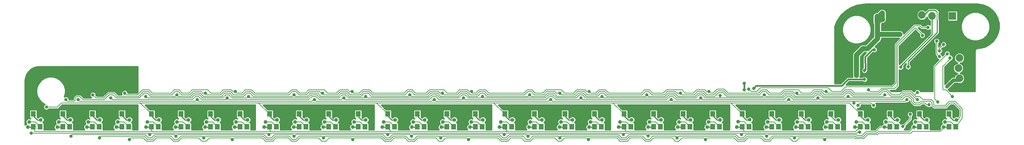
<source format=gbl>
G75*
G70*
%OFA0B0*%
%FSLAX24Y24*%
%IPPOS*%
%LPD*%
%AMOC8*
5,1,8,0,0,1.08239X$1,22.5*
%
%ADD10R,0.0472X0.0551*%
%ADD11C,0.0370*%
%ADD12C,0.0560*%
%ADD13R,0.0740X0.0740*%
%ADD14C,0.0740*%
%ADD15C,0.0475*%
%ADD16C,0.0160*%
%ADD17C,0.0320*%
%ADD18C,0.0320*%
%ADD19C,0.0080*%
%ADD20C,0.0330*%
%ADD21C,0.0100*%
%ADD22C,0.0500*%
D10*
X001451Y004317D03*
X002140Y004317D03*
X004351Y004317D03*
X005040Y004317D03*
X007251Y004317D03*
X007940Y004317D03*
X010151Y004317D03*
X010840Y004317D03*
X013051Y004317D03*
X013740Y004317D03*
X015951Y004317D03*
X016640Y004317D03*
X018851Y004317D03*
X019540Y004317D03*
X021751Y004317D03*
X022440Y004317D03*
X024651Y004317D03*
X025340Y004317D03*
X027551Y004317D03*
X028240Y004317D03*
X030451Y004317D03*
X031140Y004317D03*
X033351Y004317D03*
X034040Y004317D03*
X036251Y004317D03*
X036940Y004317D03*
X039151Y004317D03*
X039840Y004317D03*
X042051Y004317D03*
X042740Y004317D03*
X044851Y004317D03*
X045540Y004317D03*
X047751Y004317D03*
X048440Y004317D03*
X050651Y004317D03*
X051340Y004317D03*
X053651Y004317D03*
X054340Y004317D03*
X056551Y004317D03*
X057240Y004317D03*
X059451Y004317D03*
X060140Y004317D03*
X062351Y004317D03*
X063040Y004317D03*
X065251Y004317D03*
X065940Y004317D03*
X068151Y004317D03*
X068840Y004317D03*
X071051Y004327D03*
X071740Y004327D03*
X073951Y004317D03*
X074640Y004317D03*
X076851Y004317D03*
X077540Y004317D03*
X079751Y004317D03*
X080440Y004317D03*
X082651Y004317D03*
X083340Y004317D03*
X085551Y004317D03*
X086240Y004317D03*
X088451Y004317D03*
X089140Y004317D03*
X091351Y004317D03*
X092040Y004317D03*
X092040Y005576D03*
X091351Y005576D03*
X089140Y005576D03*
X088451Y005576D03*
X086240Y005576D03*
X085551Y005576D03*
X083340Y005576D03*
X082651Y005576D03*
X080440Y005576D03*
X079751Y005576D03*
X077540Y005576D03*
X076851Y005576D03*
X074640Y005576D03*
X073951Y005576D03*
X071740Y005586D03*
X071051Y005586D03*
X068840Y005576D03*
X068151Y005576D03*
X065940Y005576D03*
X065251Y005576D03*
X063040Y005576D03*
X062351Y005576D03*
X060140Y005576D03*
X059451Y005576D03*
X057240Y005576D03*
X056551Y005576D03*
X054340Y005576D03*
X053651Y005576D03*
X051340Y005576D03*
X050651Y005576D03*
X048440Y005576D03*
X047751Y005576D03*
X045540Y005576D03*
X044851Y005576D03*
X042740Y005576D03*
X042051Y005576D03*
X039840Y005576D03*
X039151Y005576D03*
X036940Y005576D03*
X036251Y005576D03*
X034040Y005576D03*
X033351Y005576D03*
X031140Y005576D03*
X030451Y005576D03*
X028240Y005576D03*
X027551Y005576D03*
X025340Y005576D03*
X024651Y005576D03*
X022440Y005576D03*
X021751Y005576D03*
X019540Y005576D03*
X018851Y005576D03*
X016640Y005576D03*
X015951Y005576D03*
X013740Y005576D03*
X013051Y005576D03*
X010840Y005576D03*
X010151Y005576D03*
X007940Y005576D03*
X007251Y005576D03*
X005040Y005576D03*
X004351Y005576D03*
X002140Y005576D03*
X001451Y005576D03*
D11*
X002199Y005006D03*
X001052Y004807D03*
X000919Y004285D03*
X003819Y004285D03*
X003952Y004807D03*
X005099Y005006D03*
X006852Y004807D03*
X006719Y004285D03*
X007999Y005006D03*
X009752Y004807D03*
X009619Y004285D03*
X010899Y005006D03*
X012652Y004807D03*
X012519Y004285D03*
X013799Y005006D03*
X015552Y004807D03*
X016699Y005006D03*
X018452Y004807D03*
X019599Y005006D03*
X021352Y004807D03*
X022499Y005006D03*
X024252Y004807D03*
X025399Y005006D03*
X027152Y004807D03*
X028299Y005006D03*
X030052Y004807D03*
X031199Y005006D03*
X032952Y004807D03*
X034099Y005006D03*
X035852Y004807D03*
X036999Y005006D03*
X038752Y004807D03*
X039899Y005006D03*
X041652Y004807D03*
X042799Y005006D03*
X044452Y004807D03*
X045599Y005006D03*
X047352Y004807D03*
X048499Y005006D03*
X050252Y004807D03*
X051399Y005006D03*
X053252Y004807D03*
X054399Y005006D03*
X056152Y004807D03*
X057299Y005006D03*
X059052Y004807D03*
X060199Y005006D03*
X061952Y004807D03*
X063099Y005006D03*
X064852Y004807D03*
X064719Y004285D03*
X065999Y005006D03*
X067752Y004807D03*
X067619Y004285D03*
X068899Y005006D03*
X070652Y004817D03*
X070519Y004295D03*
X071799Y005016D03*
X073552Y004807D03*
X074699Y005006D03*
X076452Y004807D03*
X077599Y005006D03*
X079352Y004807D03*
X080499Y005006D03*
X082252Y004807D03*
X083399Y005006D03*
X085152Y004807D03*
X086299Y005006D03*
X088052Y004807D03*
X089199Y005006D03*
X090952Y004807D03*
X092099Y005006D03*
X090819Y004285D03*
X087919Y004285D03*
X085019Y004285D03*
X082119Y004285D03*
X079219Y004285D03*
X076319Y004285D03*
X073419Y004285D03*
X061819Y004285D03*
X058919Y004285D03*
X056019Y004285D03*
X053119Y004285D03*
X050119Y004285D03*
X047219Y004285D03*
X044319Y004285D03*
X041519Y004285D03*
X038619Y004285D03*
X035719Y004285D03*
X032819Y004285D03*
X029919Y004285D03*
X027019Y004285D03*
X024119Y004285D03*
X021219Y004285D03*
X018319Y004285D03*
X015419Y004285D03*
D12*
X016305Y006206D03*
X013405Y006206D03*
X010505Y006206D03*
X007605Y006206D03*
X004705Y006206D03*
X001805Y006206D03*
X019205Y006206D03*
X022105Y006206D03*
X025005Y006206D03*
X027905Y006206D03*
X030805Y006206D03*
X033705Y006206D03*
X036605Y006206D03*
X039505Y006206D03*
X042405Y006206D03*
X045205Y006206D03*
X048105Y006206D03*
X051005Y006206D03*
X054005Y006206D03*
X056905Y006206D03*
X059805Y006206D03*
X062705Y006206D03*
X065605Y006206D03*
X068505Y006206D03*
X071405Y006216D03*
X074305Y006206D03*
X077205Y006206D03*
X080105Y006206D03*
X083005Y006206D03*
X085905Y006206D03*
X088805Y006206D03*
X091705Y006206D03*
D13*
X092275Y008086D03*
X091705Y015216D03*
D14*
X090705Y015316D03*
X089705Y015216D03*
X088705Y015316D03*
X092375Y011086D03*
X092275Y010086D03*
X092375Y009086D03*
D15*
X085745Y010346D03*
X087945Y010546D03*
X088825Y010546D03*
X084400Y011526D03*
X086725Y011846D03*
X085885Y012686D03*
X087985Y013266D03*
X086525Y013426D03*
X085965Y013426D03*
X084295Y014586D03*
X084815Y014896D03*
X084275Y015176D03*
X084795Y015526D03*
X083555Y010546D03*
X082265Y009946D03*
X082265Y009396D03*
D16*
X081892Y009226D02*
X081513Y009226D01*
X081417Y009226D01*
X081329Y009190D01*
X080726Y008586D01*
X080145Y008586D01*
X080145Y014178D01*
X080380Y014727D01*
X080735Y015245D01*
X081183Y015684D01*
X081709Y016026D01*
X082291Y016259D01*
X082908Y016375D01*
X083221Y016386D01*
X083226Y016386D01*
X083278Y016386D01*
X083279Y016386D01*
X094049Y016386D01*
X094105Y016386D01*
X094345Y016373D01*
X094812Y016268D01*
X095244Y016062D01*
X095620Y015766D01*
X095922Y015395D01*
X096135Y014966D01*
X096248Y014500D01*
X096256Y014022D01*
X096158Y013553D01*
X095960Y013117D01*
X095670Y012736D01*
X095304Y012428D01*
X094878Y012208D01*
X094415Y012087D01*
X094178Y012066D01*
X094129Y012066D01*
X094125Y012065D01*
X094120Y012064D01*
X094074Y012044D01*
X094027Y012024D01*
X094023Y012020D01*
X094019Y012018D01*
X093984Y011982D01*
X093948Y011945D01*
X093946Y011941D01*
X093943Y011937D01*
X093925Y011889D01*
X093905Y011842D01*
X093905Y011837D01*
X093904Y011833D01*
X093905Y011781D01*
X093905Y007826D01*
X091468Y007826D01*
X091307Y007987D01*
X091326Y007995D01*
X091416Y008085D01*
X091918Y008586D01*
X092197Y008586D01*
X092270Y008556D01*
X092481Y008556D01*
X092675Y008637D01*
X092824Y008786D01*
X092905Y008981D01*
X092905Y009192D01*
X092824Y009387D01*
X092675Y009536D01*
X092503Y009607D01*
X092575Y009637D01*
X092724Y009786D01*
X092805Y009981D01*
X092805Y010192D01*
X092724Y010387D01*
X092575Y010536D01*
X092503Y010566D01*
X092675Y010637D01*
X092824Y010786D01*
X092905Y010981D01*
X092905Y011192D01*
X092824Y011387D01*
X092675Y011536D01*
X092481Y011616D01*
X092270Y011616D01*
X092075Y011536D01*
X091926Y011387D01*
X091845Y011192D01*
X091845Y010981D01*
X091926Y010786D01*
X092075Y010637D01*
X092147Y010607D01*
X091975Y010536D01*
X091826Y010387D01*
X091745Y010192D01*
X091745Y009981D01*
X091826Y009786D01*
X091975Y009637D01*
X092147Y009566D01*
X092075Y009536D01*
X091926Y009387D01*
X091860Y009226D01*
X091849Y009226D01*
X091721Y009226D01*
X091604Y009178D01*
X090964Y008538D01*
X090945Y008519D01*
X090945Y010184D01*
X091548Y010786D01*
X091562Y010800D01*
X091646Y010835D01*
X091736Y010925D01*
X091785Y011043D01*
X091785Y011170D01*
X091736Y011288D01*
X091646Y011378D01*
X091529Y011426D01*
X091498Y011426D01*
X091505Y011443D01*
X091505Y011570D01*
X091456Y011688D01*
X091366Y011778D01*
X091249Y011826D01*
X091121Y011826D01*
X091004Y011778D01*
X090914Y011688D01*
X090865Y011570D01*
X090865Y011469D01*
X090728Y011332D01*
X090696Y011408D01*
X090606Y011498D01*
X090585Y011506D01*
X090606Y011515D01*
X090696Y011605D01*
X090745Y011723D01*
X090745Y011850D01*
X090696Y011968D01*
X090673Y011991D01*
X090788Y012106D01*
X090889Y012106D01*
X091006Y012155D01*
X091096Y012245D01*
X091145Y012363D01*
X091145Y012490D01*
X091096Y012608D01*
X091006Y012698D01*
X090889Y012746D01*
X090761Y012746D01*
X090644Y012698D01*
X090554Y012608D01*
X090505Y012490D01*
X090505Y012389D01*
X090345Y012229D01*
X090345Y012494D01*
X090416Y012565D01*
X090465Y012683D01*
X090465Y012810D01*
X090416Y012928D01*
X090326Y013018D01*
X090209Y013066D01*
X090081Y013066D01*
X089964Y013018D01*
X089874Y012928D01*
X089825Y012810D01*
X089825Y012683D01*
X089874Y012565D01*
X089945Y012494D01*
X089945Y011424D01*
X090062Y011306D01*
X090105Y011264D01*
X090105Y011163D01*
X090154Y011045D01*
X090244Y010955D01*
X090320Y010924D01*
X089862Y010466D01*
X089745Y010349D01*
X089745Y007826D01*
X088562Y007826D01*
X088536Y007888D01*
X088446Y007978D01*
X088329Y008026D01*
X088201Y008026D01*
X088084Y007978D01*
X087994Y007888D01*
X087969Y007826D01*
X087868Y007826D01*
X087708Y007986D01*
X087542Y007986D01*
X086742Y007986D01*
X086625Y007869D01*
X086582Y007826D01*
X085708Y007826D01*
X085628Y007906D01*
X085942Y007906D01*
X086108Y007906D01*
X086505Y008304D01*
X086505Y008469D01*
X086505Y009890D01*
X086561Y009866D01*
X086689Y009866D01*
X086806Y009915D01*
X086896Y010005D01*
X086945Y010123D01*
X086945Y010250D01*
X086922Y010306D01*
X087135Y010520D01*
X087135Y010469D01*
X087074Y010408D01*
X087025Y010290D01*
X087025Y010163D01*
X087074Y010045D01*
X087164Y009955D01*
X087281Y009906D01*
X087409Y009906D01*
X087526Y009955D01*
X087616Y010045D01*
X087665Y010163D01*
X087665Y010290D01*
X087616Y010408D01*
X087555Y010469D01*
X087555Y010659D01*
X090415Y013519D01*
X090415Y013693D01*
X090415Y014913D01*
X090405Y014923D01*
X090405Y015509D01*
X090415Y015519D01*
X090415Y015693D01*
X090112Y015996D01*
X089938Y015996D01*
X089298Y015996D01*
X089175Y015873D01*
X089036Y015735D01*
X089005Y015766D01*
X088811Y015846D01*
X088600Y015846D01*
X088405Y015766D01*
X088256Y015617D01*
X088175Y015422D01*
X088175Y015211D01*
X088256Y015016D01*
X088405Y014867D01*
X088600Y014786D01*
X088811Y014786D01*
X089005Y014867D01*
X089154Y015016D01*
X089184Y015089D01*
X089256Y014916D01*
X089405Y014767D01*
X089495Y014730D01*
X089495Y014369D01*
X089486Y014378D01*
X089369Y014426D01*
X089241Y014426D01*
X089124Y014378D01*
X089053Y014306D01*
X088748Y014306D01*
X088705Y014349D01*
X088588Y014466D01*
X087902Y014466D01*
X087785Y014349D01*
X086935Y013499D01*
X086935Y013508D01*
X086873Y013659D01*
X086757Y013774D01*
X086607Y013836D01*
X084745Y013836D01*
X084745Y014437D01*
X084785Y014476D01*
X084897Y014476D01*
X085047Y014539D01*
X085163Y014654D01*
X085225Y014805D01*
X085225Y014968D01*
X085215Y014992D01*
X085215Y015608D01*
X085153Y015759D01*
X085037Y015874D01*
X084887Y015936D01*
X084724Y015936D01*
X084573Y015874D01*
X084458Y015759D01*
X084295Y015596D01*
X084194Y015596D01*
X084043Y015534D01*
X083928Y015419D01*
X083865Y015268D01*
X083865Y015105D01*
X083865Y014515D01*
X083925Y014370D01*
X083925Y013345D01*
X083925Y013176D01*
X083185Y012436D01*
X082977Y012436D01*
X082814Y012436D01*
X082663Y012374D01*
X082602Y012313D01*
X082600Y012312D01*
X082544Y012255D01*
X082488Y012199D01*
X082487Y012197D01*
X081972Y011673D01*
X081918Y011619D01*
X081917Y011617D01*
X081916Y011616D01*
X081885Y011540D01*
X081855Y011468D01*
X081855Y011466D01*
X081854Y011464D01*
X081855Y011383D01*
X081855Y010028D01*
X081855Y009315D01*
X081892Y009226D01*
X081857Y009311D02*
X080145Y009311D01*
X080145Y009469D02*
X081855Y009469D01*
X081855Y009628D02*
X080145Y009628D01*
X080145Y009786D02*
X081855Y009786D01*
X081855Y009945D02*
X080145Y009945D01*
X080145Y010104D02*
X081855Y010104D01*
X081855Y010262D02*
X080145Y010262D01*
X080145Y010421D02*
X081855Y010421D01*
X081855Y010579D02*
X080145Y010579D01*
X080145Y010738D02*
X081855Y010738D01*
X081855Y010896D02*
X080145Y010896D01*
X080145Y011055D02*
X081855Y011055D01*
X081855Y011213D02*
X080145Y011213D01*
X080145Y011372D02*
X081855Y011372D01*
X081881Y011530D02*
X080145Y011530D01*
X080145Y011689D02*
X081988Y011689D01*
X082144Y011848D02*
X080145Y011848D01*
X080145Y012006D02*
X082299Y012006D01*
X082455Y012165D02*
X080145Y012165D01*
X080145Y012323D02*
X082612Y012323D01*
X082568Y012482D02*
X083231Y012482D01*
X083389Y012640D02*
X082987Y012640D01*
X082837Y012554D02*
X083163Y012742D01*
X083429Y013008D01*
X083618Y013334D01*
X083715Y013698D01*
X083715Y014075D01*
X083618Y014438D01*
X083429Y014764D01*
X083163Y015031D01*
X082837Y015219D01*
X082473Y015316D01*
X082097Y015316D01*
X081733Y015219D01*
X081407Y015031D01*
X081141Y014764D01*
X080953Y014438D01*
X080855Y014075D01*
X080855Y013698D01*
X080953Y013334D01*
X081141Y013008D01*
X081407Y012742D01*
X081733Y012554D01*
X082097Y012456D01*
X082473Y012456D01*
X082837Y012554D01*
X083220Y012799D02*
X083548Y012799D01*
X083706Y012957D02*
X083378Y012957D01*
X083491Y013116D02*
X083865Y013116D01*
X083925Y013274D02*
X083583Y013274D01*
X083644Y013433D02*
X083925Y013433D01*
X083925Y013591D02*
X083687Y013591D01*
X083715Y013750D02*
X083925Y013750D01*
X083925Y013909D02*
X083715Y013909D01*
X083715Y014067D02*
X083925Y014067D01*
X083925Y014226D02*
X083675Y014226D01*
X083632Y014384D02*
X083919Y014384D01*
X083865Y014543D02*
X083557Y014543D01*
X083466Y014701D02*
X083865Y014701D01*
X083865Y014860D02*
X083334Y014860D01*
X083176Y015018D02*
X083865Y015018D01*
X083865Y015177D02*
X082910Y015177D01*
X083893Y015335D02*
X080827Y015335D01*
X080688Y015177D02*
X081660Y015177D01*
X081395Y015018D02*
X080580Y015018D01*
X080471Y014860D02*
X081236Y014860D01*
X081104Y014701D02*
X080369Y014701D01*
X080301Y014543D02*
X081013Y014543D01*
X080938Y014384D02*
X080233Y014384D01*
X080166Y014226D02*
X080896Y014226D01*
X080855Y014067D02*
X080145Y014067D01*
X080145Y013909D02*
X080855Y013909D01*
X080855Y013750D02*
X080145Y013750D01*
X080145Y013591D02*
X080884Y013591D01*
X080926Y013433D02*
X080145Y013433D01*
X080145Y013274D02*
X080987Y013274D01*
X081079Y013116D02*
X080145Y013116D01*
X080145Y012957D02*
X081192Y012957D01*
X081351Y012799D02*
X080145Y012799D01*
X080145Y012640D02*
X081584Y012640D01*
X082003Y012482D02*
X080145Y012482D01*
X082675Y011219D02*
X083066Y011616D01*
X083206Y011616D01*
X082999Y011409D01*
X082998Y011409D01*
X082967Y011377D01*
X082932Y011342D01*
X082931Y011341D01*
X082914Y011299D01*
X082895Y011254D01*
X082895Y011253D01*
X082895Y011252D01*
X082895Y011208D01*
X082895Y011159D01*
X082896Y011158D01*
X082904Y010146D01*
X082884Y010138D01*
X082794Y010048D01*
X082745Y009930D01*
X082745Y009803D01*
X082794Y009685D01*
X082884Y009595D01*
X083001Y009546D01*
X083129Y009546D01*
X083246Y009595D01*
X083336Y009685D01*
X083385Y009803D01*
X083385Y009900D01*
X083386Y009901D01*
X083385Y009945D01*
X085945Y009945D01*
X085945Y009786D02*
X083378Y009786D01*
X083385Y009945D02*
X083385Y009994D01*
X083385Y009995D01*
X083376Y011108D01*
X083882Y011614D01*
X083971Y011576D01*
X084099Y011576D01*
X084216Y011625D01*
X084306Y011715D01*
X084355Y011833D01*
X084355Y011960D01*
X084306Y012078D01*
X084216Y012168D01*
X084117Y012209D01*
X084683Y012774D01*
X084745Y012925D01*
X084745Y013016D01*
X086452Y013016D01*
X086062Y012626D01*
X085945Y012509D01*
X085945Y008709D01*
X085702Y008466D01*
X081308Y008466D01*
X081285Y008466D01*
X081565Y008746D01*
X082853Y008746D01*
X082884Y008715D01*
X083001Y008666D01*
X083129Y008666D01*
X083246Y008715D01*
X083336Y008805D01*
X083385Y008923D01*
X083385Y009050D01*
X083336Y009168D01*
X083246Y009258D01*
X083129Y009306D01*
X083001Y009306D01*
X082884Y009258D01*
X082853Y009226D01*
X082639Y009226D01*
X082675Y009315D01*
X082675Y010028D01*
X082675Y011219D01*
X082675Y011213D02*
X082895Y011213D01*
X082931Y011341D02*
X082931Y011341D01*
X082961Y011372D02*
X082826Y011372D01*
X082981Y011530D02*
X083120Y011530D01*
X083135Y011206D02*
X083145Y009946D01*
X083065Y009866D01*
X082851Y009628D02*
X082675Y009628D01*
X082675Y009786D02*
X082752Y009786D01*
X082751Y009945D02*
X082675Y009945D01*
X082675Y010104D02*
X082850Y010104D01*
X082903Y010262D02*
X082675Y010262D01*
X082675Y010421D02*
X082901Y010421D01*
X082900Y010579D02*
X082675Y010579D01*
X082675Y010738D02*
X082899Y010738D01*
X082898Y010896D02*
X082675Y010896D01*
X082675Y011055D02*
X082896Y011055D01*
X083135Y011206D02*
X083825Y011896D01*
X084035Y011896D01*
X084336Y012006D02*
X085945Y012006D01*
X085945Y011848D02*
X084355Y011848D01*
X084280Y011689D02*
X085945Y011689D01*
X085945Y011530D02*
X083799Y011530D01*
X083640Y011372D02*
X085945Y011372D01*
X085945Y011213D02*
X083481Y011213D01*
X083376Y011055D02*
X085945Y011055D01*
X085945Y010896D02*
X083378Y010896D01*
X083379Y010738D02*
X085945Y010738D01*
X085945Y010579D02*
X083380Y010579D01*
X083381Y010421D02*
X085945Y010421D01*
X085945Y010262D02*
X083383Y010262D01*
X083384Y010104D02*
X085945Y010104D01*
X085745Y010346D02*
X085745Y012546D01*
X085885Y012686D01*
X086062Y012626D02*
X086062Y012626D01*
X086076Y012640D02*
X084549Y012640D01*
X084693Y012799D02*
X086235Y012799D01*
X086393Y012957D02*
X084745Y012957D01*
X084390Y012482D02*
X085945Y012482D01*
X085945Y012323D02*
X084232Y012323D01*
X084220Y012165D02*
X085945Y012165D01*
X086505Y012165D02*
X088186Y012165D01*
X088028Y012006D02*
X086505Y012006D01*
X086505Y011848D02*
X087869Y011848D01*
X087711Y011689D02*
X086505Y011689D01*
X086505Y011530D02*
X087552Y011530D01*
X087394Y011372D02*
X086505Y011372D01*
X086505Y011213D02*
X087235Y011213D01*
X087077Y011055D02*
X086505Y011055D01*
X086505Y010896D02*
X086918Y010896D01*
X086760Y010738D02*
X086505Y010738D01*
X086505Y010579D02*
X086601Y010579D01*
X086505Y010483D02*
X086505Y012224D01*
X088065Y013784D01*
X088441Y013408D01*
X088425Y013370D01*
X088425Y013243D01*
X088474Y013125D01*
X088564Y013035D01*
X088681Y012986D01*
X088809Y012986D01*
X088926Y013035D01*
X089016Y013125D01*
X089065Y013243D01*
X089065Y013370D01*
X089016Y013488D01*
X088926Y013578D01*
X088809Y013626D01*
X088788Y013626D01*
X088348Y014066D01*
X088422Y014066D01*
X088582Y013906D01*
X088748Y013906D01*
X089053Y013906D01*
X089124Y013835D01*
X089241Y013786D01*
X089369Y013786D01*
X089486Y013835D01*
X089495Y013844D01*
X089495Y013473D01*
X086505Y010483D01*
X086940Y010262D02*
X087025Y010262D01*
X087036Y010421D02*
X087087Y010421D01*
X087050Y010104D02*
X086937Y010104D01*
X086836Y009945D02*
X087188Y009945D01*
X087502Y009945D02*
X089745Y009945D01*
X089745Y009786D02*
X086505Y009786D01*
X086505Y009628D02*
X089745Y009628D01*
X089745Y009469D02*
X086505Y009469D01*
X086505Y009311D02*
X089745Y009311D01*
X089745Y009152D02*
X086505Y009152D01*
X086505Y008994D02*
X089745Y008994D01*
X089745Y008835D02*
X086505Y008835D01*
X086505Y008677D02*
X089745Y008677D01*
X089745Y008518D02*
X086505Y008518D01*
X086505Y008360D02*
X089745Y008360D01*
X089745Y008201D02*
X086403Y008201D01*
X086244Y008042D02*
X089745Y008042D01*
X089745Y007884D02*
X088538Y007884D01*
X087992Y007884D02*
X087811Y007884D01*
X086640Y007884D02*
X085651Y007884D01*
X085754Y008518D02*
X081336Y008518D01*
X081495Y008677D02*
X082977Y008677D01*
X083153Y008677D02*
X085913Y008677D01*
X085945Y008835D02*
X083349Y008835D01*
X083385Y008994D02*
X085945Y008994D01*
X085945Y009152D02*
X083343Y009152D01*
X083065Y008986D02*
X081465Y008986D01*
X080825Y008346D01*
X072425Y008346D01*
X072185Y008106D01*
X071265Y007946D02*
X071265Y008586D01*
X070454Y006466D02*
X081145Y006466D01*
X081145Y004066D01*
X080836Y004066D01*
X080836Y004658D01*
X080742Y004752D01*
X080733Y004752D01*
X080791Y004810D01*
X080844Y004937D01*
X080844Y005074D01*
X080791Y005201D01*
X080694Y005298D01*
X080568Y005350D01*
X080430Y005350D01*
X080303Y005298D01*
X080222Y005216D01*
X080147Y005292D01*
X080147Y005918D01*
X080053Y006012D01*
X079448Y006012D01*
X079355Y005918D01*
X079355Y005234D01*
X079448Y005141D01*
X079421Y005152D01*
X079283Y005152D01*
X079157Y005100D01*
X079060Y005003D01*
X079007Y004876D01*
X079007Y004739D01*
X079060Y004612D01*
X079074Y004598D01*
X079024Y004577D01*
X078927Y004480D01*
X078874Y004354D01*
X078874Y004216D01*
X078927Y004090D01*
X078950Y004066D01*
X077936Y004066D01*
X077936Y004658D01*
X077842Y004752D01*
X077833Y004752D01*
X077891Y004810D01*
X077944Y004937D01*
X077944Y005074D01*
X077891Y005201D01*
X077794Y005298D01*
X077668Y005350D01*
X077530Y005350D01*
X077403Y005298D01*
X077307Y005202D01*
X077247Y005262D01*
X077247Y005918D01*
X077153Y006012D01*
X076548Y006012D01*
X076455Y005918D01*
X076455Y005234D01*
X076548Y005141D01*
X076521Y005152D01*
X076383Y005152D01*
X076257Y005100D01*
X076160Y005003D01*
X076107Y004876D01*
X076107Y004739D01*
X076160Y004612D01*
X076174Y004598D01*
X076124Y004577D01*
X076027Y004480D01*
X075974Y004354D01*
X075974Y004216D01*
X076027Y004090D01*
X076050Y004066D01*
X075036Y004066D01*
X075036Y004658D01*
X074942Y004752D01*
X074933Y004752D01*
X074991Y004810D01*
X075044Y004937D01*
X075044Y005074D01*
X074991Y005201D01*
X074894Y005298D01*
X074768Y005350D01*
X074630Y005350D01*
X074503Y005298D01*
X074417Y005211D01*
X074347Y005282D01*
X074347Y005918D01*
X074253Y006012D01*
X073648Y006012D01*
X073555Y005918D01*
X073555Y005234D01*
X073648Y005141D01*
X073621Y005152D01*
X073483Y005152D01*
X073357Y005100D01*
X073260Y005003D01*
X073207Y004876D01*
X073207Y004739D01*
X073260Y004612D01*
X073274Y004598D01*
X073224Y004577D01*
X073127Y004480D01*
X073074Y004354D01*
X073074Y004216D01*
X073127Y004090D01*
X073150Y004066D01*
X072136Y004066D01*
X072136Y004668D01*
X072042Y004762D01*
X072033Y004762D01*
X072091Y004820D01*
X072144Y004947D01*
X072144Y005084D01*
X072091Y005211D01*
X071994Y005308D01*
X071868Y005360D01*
X071730Y005360D01*
X071603Y005308D01*
X071522Y005226D01*
X071447Y005302D01*
X071447Y005928D01*
X071353Y006022D01*
X070898Y006022D01*
X070454Y006466D01*
X070463Y006457D02*
X081145Y006457D01*
X081145Y006299D02*
X070621Y006299D01*
X070780Y006140D02*
X081145Y006140D01*
X081145Y005981D02*
X080084Y005981D01*
X080147Y005823D02*
X081145Y005823D01*
X081145Y005664D02*
X080147Y005664D01*
X080147Y005506D02*
X081145Y005506D01*
X081145Y005347D02*
X080575Y005347D01*
X080422Y005347D02*
X080147Y005347D01*
X080440Y005576D02*
X080440Y005872D01*
X080105Y006206D01*
X077205Y006206D01*
X074305Y006206D01*
X074258Y006159D01*
X071463Y006159D01*
X071740Y005882D01*
X071740Y005586D01*
X071698Y005347D02*
X071447Y005347D01*
X071447Y005506D02*
X073555Y005506D01*
X073555Y005664D02*
X071447Y005664D01*
X071447Y005823D02*
X073555Y005823D01*
X073618Y005981D02*
X071394Y005981D01*
X071463Y006159D02*
X071405Y006216D01*
X069785Y006140D02*
X059170Y006140D01*
X059298Y006012D02*
X058844Y006466D01*
X069785Y006466D01*
X069785Y004066D01*
X069236Y004066D01*
X069236Y004658D01*
X069142Y004752D01*
X069133Y004752D01*
X069191Y004810D01*
X069244Y004937D01*
X069244Y005074D01*
X069191Y005201D01*
X069094Y005298D01*
X068968Y005350D01*
X068830Y005350D01*
X068703Y005298D01*
X068637Y005231D01*
X068547Y005322D01*
X068547Y005918D01*
X068453Y006012D01*
X067848Y006012D01*
X067755Y005918D01*
X067755Y005234D01*
X067848Y005141D01*
X067821Y005152D01*
X067683Y005152D01*
X067557Y005100D01*
X067460Y005003D01*
X067407Y004876D01*
X067407Y004739D01*
X067460Y004612D01*
X067474Y004598D01*
X067424Y004577D01*
X067327Y004480D01*
X067274Y004354D01*
X067274Y004216D01*
X067327Y004090D01*
X067350Y004066D01*
X066336Y004066D01*
X066336Y004658D01*
X066242Y004752D01*
X066233Y004752D01*
X066291Y004810D01*
X066344Y004937D01*
X066344Y005074D01*
X066291Y005201D01*
X066194Y005298D01*
X066068Y005350D01*
X065930Y005350D01*
X065803Y005298D01*
X065707Y005201D01*
X065647Y005262D01*
X065647Y005918D01*
X065553Y006012D01*
X064948Y006012D01*
X064855Y005918D01*
X064855Y005234D01*
X064948Y005141D01*
X064921Y005152D01*
X064783Y005152D01*
X064657Y005100D01*
X064560Y005003D01*
X064507Y004876D01*
X064507Y004739D01*
X064560Y004612D01*
X064574Y004598D01*
X064524Y004577D01*
X064427Y004480D01*
X064374Y004354D01*
X064374Y004216D01*
X064427Y004090D01*
X064450Y004066D01*
X063436Y004066D01*
X063436Y004658D01*
X063342Y004752D01*
X063333Y004752D01*
X063391Y004810D01*
X063444Y004937D01*
X063444Y005074D01*
X063391Y005201D01*
X063294Y005298D01*
X063168Y005350D01*
X063030Y005350D01*
X062903Y005298D01*
X062817Y005211D01*
X062747Y005281D01*
X062747Y005918D01*
X062653Y006012D01*
X062048Y006012D01*
X061955Y005918D01*
X061955Y005234D01*
X062048Y005141D01*
X062021Y005152D01*
X061883Y005152D01*
X061757Y005100D01*
X061660Y005003D01*
X061607Y004876D01*
X061607Y004739D01*
X061660Y004612D01*
X061674Y004598D01*
X061624Y004577D01*
X061527Y004480D01*
X061474Y004354D01*
X061474Y004216D01*
X061527Y004090D01*
X061550Y004066D01*
X060536Y004066D01*
X060536Y004658D01*
X060442Y004752D01*
X060433Y004752D01*
X060491Y004810D01*
X060544Y004937D01*
X060544Y005074D01*
X060491Y005201D01*
X060394Y005298D01*
X060268Y005350D01*
X060130Y005350D01*
X060003Y005298D01*
X059927Y005221D01*
X059847Y005302D01*
X059847Y005918D01*
X059753Y006012D01*
X059298Y006012D01*
X059012Y006299D02*
X069785Y006299D01*
X069785Y006457D02*
X058853Y006457D01*
X058105Y006457D02*
X047153Y006457D01*
X047144Y006466D02*
X058105Y006466D01*
X058105Y004066D01*
X057636Y004066D01*
X057636Y004658D01*
X057542Y004752D01*
X057533Y004752D01*
X057591Y004810D01*
X057644Y004937D01*
X057644Y005074D01*
X057591Y005201D01*
X057494Y005298D01*
X057368Y005350D01*
X057230Y005350D01*
X057103Y005298D01*
X057037Y005231D01*
X056947Y005321D01*
X056947Y005918D01*
X056853Y006012D01*
X056248Y006012D01*
X056155Y005918D01*
X056155Y005234D01*
X056248Y005141D01*
X056221Y005152D01*
X056083Y005152D01*
X055957Y005100D01*
X055860Y005003D01*
X055807Y004876D01*
X055807Y004739D01*
X055860Y004612D01*
X055874Y004598D01*
X055824Y004577D01*
X055727Y004480D01*
X055674Y004354D01*
X055674Y004216D01*
X055727Y004090D01*
X055750Y004066D01*
X054736Y004066D01*
X054736Y004658D01*
X054642Y004752D01*
X054633Y004752D01*
X054691Y004810D01*
X054744Y004937D01*
X054744Y005074D01*
X054691Y005201D01*
X054594Y005298D01*
X054468Y005350D01*
X054330Y005350D01*
X054203Y005298D01*
X054107Y005201D01*
X054047Y005262D01*
X054047Y005918D01*
X053953Y006012D01*
X053348Y006012D01*
X053255Y005918D01*
X053255Y005234D01*
X053348Y005141D01*
X053321Y005152D01*
X053183Y005152D01*
X053057Y005100D01*
X052960Y005003D01*
X052907Y004876D01*
X052907Y004739D01*
X052960Y004612D01*
X052974Y004598D01*
X052924Y004577D01*
X052827Y004480D01*
X052774Y004354D01*
X052774Y004216D01*
X052827Y004090D01*
X052850Y004066D01*
X051736Y004066D01*
X051736Y004658D01*
X051642Y004752D01*
X051633Y004752D01*
X051691Y004810D01*
X051744Y004937D01*
X051744Y005074D01*
X051691Y005201D01*
X051594Y005298D01*
X051468Y005350D01*
X051330Y005350D01*
X051203Y005298D01*
X051127Y005221D01*
X051047Y005302D01*
X051047Y005918D01*
X050953Y006012D01*
X050348Y006012D01*
X050255Y005918D01*
X050255Y005234D01*
X050348Y005141D01*
X050321Y005152D01*
X050183Y005152D01*
X050057Y005100D01*
X049960Y005003D01*
X049907Y004876D01*
X049907Y004739D01*
X049960Y004612D01*
X049974Y004598D01*
X049924Y004577D01*
X049827Y004480D01*
X049774Y004354D01*
X049774Y004216D01*
X049827Y004090D01*
X049850Y004066D01*
X048836Y004066D01*
X048836Y004658D01*
X048742Y004752D01*
X048733Y004752D01*
X048791Y004810D01*
X048844Y004937D01*
X048844Y005074D01*
X048791Y005201D01*
X048694Y005298D01*
X048568Y005350D01*
X048430Y005350D01*
X048303Y005298D01*
X048237Y005231D01*
X048147Y005322D01*
X048147Y005918D01*
X048053Y006012D01*
X047598Y006012D01*
X047144Y006466D01*
X047311Y006299D02*
X058105Y006299D01*
X058105Y006140D02*
X047470Y006140D01*
X048084Y005981D02*
X050318Y005981D01*
X050255Y005823D02*
X048147Y005823D01*
X048147Y005664D02*
X050255Y005664D01*
X050255Y005506D02*
X048147Y005506D01*
X048147Y005347D02*
X048422Y005347D01*
X048575Y005347D02*
X050255Y005347D01*
X050300Y005189D02*
X048796Y005189D01*
X048844Y005030D02*
X049987Y005030D01*
X049907Y004872D02*
X048817Y004872D01*
X048781Y004713D02*
X049918Y004713D01*
X049901Y004555D02*
X048836Y004555D01*
X048836Y004396D02*
X049792Y004396D01*
X049774Y004237D02*
X048836Y004237D01*
X048836Y004079D02*
X049838Y004079D01*
X051736Y004079D02*
X052838Y004079D01*
X052774Y004237D02*
X051736Y004237D01*
X051736Y004396D02*
X052792Y004396D01*
X052901Y004555D02*
X051736Y004555D01*
X051681Y004713D02*
X052918Y004713D01*
X052907Y004872D02*
X051717Y004872D01*
X051744Y005030D02*
X052987Y005030D01*
X053300Y005189D02*
X051696Y005189D01*
X051475Y005347D02*
X053255Y005347D01*
X053255Y005506D02*
X051047Y005506D01*
X051047Y005664D02*
X053255Y005664D01*
X053255Y005823D02*
X051047Y005823D01*
X050984Y005981D02*
X053318Y005981D01*
X053984Y005981D02*
X056218Y005981D01*
X056155Y005823D02*
X054047Y005823D01*
X054047Y005664D02*
X056155Y005664D01*
X056155Y005506D02*
X054047Y005506D01*
X054047Y005347D02*
X054322Y005347D01*
X054475Y005347D02*
X056155Y005347D01*
X056200Y005189D02*
X054696Y005189D01*
X054744Y005030D02*
X055887Y005030D01*
X055807Y004872D02*
X054717Y004872D01*
X054681Y004713D02*
X055818Y004713D01*
X055801Y004555D02*
X054736Y004555D01*
X054736Y004396D02*
X055692Y004396D01*
X055674Y004237D02*
X054736Y004237D01*
X054736Y004079D02*
X055738Y004079D01*
X057636Y004079D02*
X058105Y004079D01*
X058105Y004237D02*
X057636Y004237D01*
X057636Y004396D02*
X058105Y004396D01*
X058105Y004555D02*
X057636Y004555D01*
X057581Y004713D02*
X058105Y004713D01*
X058105Y004872D02*
X057617Y004872D01*
X057644Y005030D02*
X058105Y005030D01*
X058105Y005189D02*
X057596Y005189D01*
X057375Y005347D02*
X058105Y005347D01*
X058105Y005506D02*
X056947Y005506D01*
X056947Y005664D02*
X058105Y005664D01*
X058105Y005823D02*
X056947Y005823D01*
X056884Y005981D02*
X058105Y005981D01*
X057240Y005872D02*
X057240Y005576D01*
X057222Y005347D02*
X056947Y005347D01*
X057240Y005872D02*
X056905Y006206D01*
X054005Y006206D01*
X051005Y006206D01*
X048105Y006206D01*
X048440Y005872D01*
X048440Y005576D01*
X046425Y005506D02*
X045247Y005506D01*
X045247Y005664D02*
X046425Y005664D01*
X046425Y005823D02*
X045247Y005823D01*
X045247Y005918D02*
X045153Y006012D01*
X044548Y006012D01*
X044455Y005918D01*
X044455Y005234D01*
X044548Y005141D01*
X044521Y005152D01*
X044383Y005152D01*
X044257Y005100D01*
X044160Y005003D01*
X044107Y004876D01*
X044107Y004739D01*
X044160Y004612D01*
X044174Y004598D01*
X044124Y004577D01*
X044027Y004480D01*
X043974Y004354D01*
X043974Y004216D01*
X044027Y004090D01*
X044050Y004066D01*
X043136Y004066D01*
X043136Y004658D01*
X043042Y004752D01*
X043033Y004752D01*
X043091Y004810D01*
X043144Y004937D01*
X043144Y005074D01*
X043091Y005201D01*
X042994Y005298D01*
X042868Y005350D01*
X042730Y005350D01*
X042603Y005298D01*
X042507Y005201D01*
X042447Y005262D01*
X042447Y005918D01*
X042353Y006012D01*
X041748Y006012D01*
X041655Y005918D01*
X041655Y005234D01*
X041748Y005141D01*
X041721Y005152D01*
X041583Y005152D01*
X041457Y005100D01*
X041360Y005003D01*
X041307Y004876D01*
X041307Y004739D01*
X041360Y004612D01*
X041374Y004598D01*
X041324Y004577D01*
X041227Y004480D01*
X041174Y004354D01*
X041174Y004216D01*
X041227Y004090D01*
X041250Y004066D01*
X040236Y004066D01*
X040236Y004658D01*
X040142Y004752D01*
X040133Y004752D01*
X040191Y004810D01*
X040244Y004937D01*
X040244Y005074D01*
X040191Y005201D01*
X040094Y005298D01*
X039968Y005350D01*
X039830Y005350D01*
X039703Y005298D01*
X039617Y005211D01*
X039547Y005282D01*
X039547Y005918D01*
X039453Y006012D01*
X038848Y006012D01*
X038755Y005918D01*
X038755Y005234D01*
X038848Y005141D01*
X038821Y005152D01*
X038683Y005152D01*
X038557Y005100D01*
X038460Y005003D01*
X038407Y004876D01*
X038407Y004739D01*
X038460Y004612D01*
X038474Y004598D01*
X038424Y004577D01*
X038327Y004480D01*
X038274Y004354D01*
X038274Y004216D01*
X038327Y004090D01*
X038350Y004066D01*
X037336Y004066D01*
X037336Y004658D01*
X037242Y004752D01*
X037233Y004752D01*
X037291Y004810D01*
X037344Y004937D01*
X037344Y005074D01*
X037291Y005201D01*
X037194Y005298D01*
X037068Y005350D01*
X036930Y005350D01*
X036803Y005298D01*
X036727Y005222D01*
X036647Y005302D01*
X036647Y005918D01*
X036553Y006012D01*
X036098Y006012D01*
X035644Y006466D01*
X046425Y006466D01*
X046425Y004066D01*
X045936Y004066D01*
X045936Y004658D01*
X045842Y004752D01*
X045833Y004752D01*
X045891Y004810D01*
X045944Y004937D01*
X045944Y005074D01*
X045891Y005201D01*
X045794Y005298D01*
X045668Y005350D01*
X045530Y005350D01*
X045403Y005298D01*
X045307Y005201D01*
X045247Y005262D01*
X045247Y005918D01*
X045184Y005981D02*
X046425Y005981D01*
X046425Y006140D02*
X035970Y006140D01*
X035811Y006299D02*
X046425Y006299D01*
X046425Y006457D02*
X035653Y006457D01*
X034905Y006457D02*
X024053Y006457D01*
X024044Y006466D02*
X034905Y006466D01*
X034905Y004066D01*
X034436Y004066D01*
X034436Y004658D01*
X034342Y004752D01*
X034333Y004752D01*
X034391Y004810D01*
X034444Y004937D01*
X034444Y005074D01*
X034391Y005201D01*
X034294Y005298D01*
X034168Y005350D01*
X034030Y005350D01*
X033903Y005298D01*
X033806Y005201D01*
X033805Y005196D01*
X033792Y005196D01*
X033747Y005242D01*
X033747Y005918D01*
X033653Y006012D01*
X033048Y006012D01*
X032955Y005918D01*
X032955Y005234D01*
X033048Y005141D01*
X033021Y005152D01*
X032883Y005152D01*
X032757Y005100D01*
X032660Y005003D01*
X032607Y004876D01*
X032607Y004739D01*
X032660Y004612D01*
X032674Y004598D01*
X032624Y004577D01*
X032527Y004480D01*
X032474Y004354D01*
X032474Y004216D01*
X032527Y004090D01*
X032550Y004066D01*
X031536Y004066D01*
X031536Y004658D01*
X031442Y004752D01*
X031433Y004752D01*
X031491Y004810D01*
X031544Y004937D01*
X031544Y005074D01*
X031491Y005201D01*
X031394Y005298D01*
X031268Y005350D01*
X031130Y005350D01*
X031003Y005298D01*
X030907Y005201D01*
X030847Y005261D01*
X030847Y005918D01*
X030753Y006012D01*
X030148Y006012D01*
X030055Y005918D01*
X030055Y005234D01*
X030148Y005141D01*
X030121Y005152D01*
X029983Y005152D01*
X029857Y005100D01*
X029760Y005003D01*
X029707Y004876D01*
X029707Y004739D01*
X029760Y004612D01*
X029774Y004598D01*
X029724Y004577D01*
X029627Y004480D01*
X029574Y004354D01*
X029574Y004216D01*
X029627Y004090D01*
X029650Y004066D01*
X028636Y004066D01*
X028636Y004658D01*
X028542Y004752D01*
X028533Y004752D01*
X028591Y004810D01*
X028644Y004937D01*
X028644Y005074D01*
X028591Y005201D01*
X028494Y005298D01*
X028368Y005350D01*
X028230Y005350D01*
X028103Y005298D01*
X028017Y005211D01*
X027947Y005282D01*
X027947Y005918D01*
X027853Y006012D01*
X027248Y006012D01*
X027155Y005918D01*
X027155Y005234D01*
X027248Y005141D01*
X027221Y005152D01*
X027083Y005152D01*
X026957Y005100D01*
X026860Y005003D01*
X026807Y004876D01*
X026807Y004739D01*
X026860Y004612D01*
X026874Y004598D01*
X026824Y004577D01*
X026727Y004480D01*
X026674Y004354D01*
X026674Y004216D01*
X026727Y004090D01*
X026750Y004066D01*
X025736Y004066D01*
X025736Y004658D01*
X025642Y004752D01*
X025633Y004752D01*
X025691Y004810D01*
X025744Y004937D01*
X025744Y005074D01*
X025691Y005201D01*
X025594Y005298D01*
X025468Y005350D01*
X025330Y005350D01*
X025203Y005298D01*
X025127Y005221D01*
X025047Y005301D01*
X025047Y005918D01*
X024953Y006012D01*
X024498Y006012D01*
X024044Y006466D01*
X024212Y006299D02*
X034905Y006299D01*
X034905Y006140D02*
X024370Y006140D01*
X024984Y005981D02*
X027218Y005981D01*
X027155Y005823D02*
X025047Y005823D01*
X025047Y005664D02*
X027155Y005664D01*
X027155Y005506D02*
X025047Y005506D01*
X025047Y005347D02*
X025322Y005347D01*
X025475Y005347D02*
X027155Y005347D01*
X027200Y005189D02*
X025696Y005189D01*
X025744Y005030D02*
X026887Y005030D01*
X026807Y004872D02*
X025717Y004872D01*
X025681Y004713D02*
X026818Y004713D01*
X026801Y004555D02*
X025736Y004555D01*
X025736Y004396D02*
X026692Y004396D01*
X026674Y004237D02*
X025736Y004237D01*
X025736Y004079D02*
X026738Y004079D01*
X028636Y004079D02*
X029638Y004079D01*
X029574Y004237D02*
X028636Y004237D01*
X028636Y004396D02*
X029592Y004396D01*
X029701Y004555D02*
X028636Y004555D01*
X028581Y004713D02*
X029718Y004713D01*
X029707Y004872D02*
X028617Y004872D01*
X028644Y005030D02*
X029787Y005030D01*
X030100Y005189D02*
X028596Y005189D01*
X028375Y005347D02*
X030055Y005347D01*
X030055Y005506D02*
X027947Y005506D01*
X027947Y005664D02*
X030055Y005664D01*
X030055Y005823D02*
X027947Y005823D01*
X027884Y005981D02*
X030118Y005981D01*
X030784Y005981D02*
X033018Y005981D01*
X032955Y005823D02*
X030847Y005823D01*
X030847Y005664D02*
X032955Y005664D01*
X032955Y005506D02*
X030847Y005506D01*
X030847Y005347D02*
X031122Y005347D01*
X031275Y005347D02*
X032955Y005347D01*
X033000Y005189D02*
X031496Y005189D01*
X031544Y005030D02*
X032687Y005030D01*
X032607Y004872D02*
X031517Y004872D01*
X031481Y004713D02*
X032618Y004713D01*
X032601Y004555D02*
X031536Y004555D01*
X031536Y004396D02*
X032492Y004396D01*
X032474Y004237D02*
X031536Y004237D01*
X031536Y004079D02*
X032538Y004079D01*
X034436Y004079D02*
X034905Y004079D01*
X034905Y004237D02*
X034436Y004237D01*
X034436Y004396D02*
X034905Y004396D01*
X034905Y004555D02*
X034436Y004555D01*
X034381Y004713D02*
X034905Y004713D01*
X034905Y004872D02*
X034417Y004872D01*
X034444Y005030D02*
X034905Y005030D01*
X034905Y005189D02*
X034396Y005189D01*
X034175Y005347D02*
X034905Y005347D01*
X034905Y005506D02*
X033747Y005506D01*
X033747Y005664D02*
X034905Y005664D01*
X034905Y005823D02*
X033747Y005823D01*
X033684Y005981D02*
X034905Y005981D01*
X034040Y005872D02*
X034040Y005576D01*
X034022Y005347D02*
X033747Y005347D01*
X034040Y005872D02*
X033705Y006206D01*
X030805Y006206D01*
X027905Y006206D01*
X025005Y006206D01*
X025340Y005872D01*
X025340Y005576D01*
X023225Y005506D02*
X022147Y005506D01*
X022147Y005664D02*
X023225Y005664D01*
X023225Y005823D02*
X022147Y005823D01*
X022147Y005918D02*
X022053Y006012D01*
X021448Y006012D01*
X021355Y005918D01*
X021355Y005234D01*
X021448Y005141D01*
X021421Y005152D01*
X021283Y005152D01*
X021157Y005100D01*
X021060Y005003D01*
X021007Y004876D01*
X021007Y004739D01*
X021060Y004612D01*
X021074Y004598D01*
X021024Y004577D01*
X020927Y004480D01*
X020874Y004354D01*
X020874Y004216D01*
X020927Y004090D01*
X020950Y004066D01*
X019936Y004066D01*
X019936Y004658D01*
X019842Y004752D01*
X019833Y004752D01*
X019891Y004810D01*
X019944Y004937D01*
X019944Y005074D01*
X019891Y005201D01*
X019794Y005298D01*
X019668Y005350D01*
X019530Y005350D01*
X019403Y005298D01*
X019307Y005201D01*
X019247Y005261D01*
X019247Y005918D01*
X019153Y006012D01*
X018548Y006012D01*
X018455Y005918D01*
X018455Y005234D01*
X018548Y005141D01*
X018521Y005152D01*
X018383Y005152D01*
X018257Y005100D01*
X018160Y005003D01*
X018107Y004876D01*
X018107Y004739D01*
X018160Y004612D01*
X018174Y004598D01*
X018124Y004577D01*
X018027Y004480D01*
X017974Y004354D01*
X017974Y004216D01*
X018027Y004090D01*
X018050Y004066D01*
X017036Y004066D01*
X017036Y004658D01*
X016942Y004752D01*
X016933Y004752D01*
X016991Y004810D01*
X017044Y004937D01*
X017044Y005074D01*
X016991Y005201D01*
X016894Y005298D01*
X016768Y005350D01*
X016630Y005350D01*
X016503Y005298D01*
X016417Y005211D01*
X016347Y005282D01*
X016347Y005918D01*
X016253Y006012D01*
X015648Y006012D01*
X015555Y005918D01*
X015555Y005234D01*
X015648Y005141D01*
X015621Y005152D01*
X015483Y005152D01*
X015357Y005100D01*
X015260Y005003D01*
X015207Y004876D01*
X015207Y004739D01*
X015260Y004612D01*
X015274Y004598D01*
X015224Y004577D01*
X015127Y004480D01*
X015074Y004354D01*
X015074Y004216D01*
X015127Y004090D01*
X015150Y004066D01*
X014136Y004066D01*
X014136Y004658D01*
X014042Y004752D01*
X014033Y004752D01*
X014091Y004810D01*
X014144Y004937D01*
X014144Y005074D01*
X014091Y005201D01*
X013994Y005298D01*
X013868Y005350D01*
X013730Y005350D01*
X013603Y005298D01*
X013527Y005221D01*
X013447Y005301D01*
X013447Y005918D01*
X013353Y006012D01*
X012898Y006012D01*
X012444Y006466D01*
X023225Y006466D01*
X023225Y004066D01*
X022836Y004066D01*
X022836Y004658D01*
X022742Y004752D01*
X022733Y004752D01*
X022791Y004810D01*
X022844Y004937D01*
X022844Y005074D01*
X022791Y005201D01*
X022694Y005298D01*
X022568Y005350D01*
X022430Y005350D01*
X022303Y005298D01*
X022237Y005231D01*
X022147Y005322D01*
X022147Y005918D01*
X022084Y005981D02*
X023225Y005981D01*
X023225Y006140D02*
X012770Y006140D01*
X012612Y006299D02*
X023225Y006299D01*
X023225Y006457D02*
X012453Y006457D01*
X011705Y006457D02*
X004299Y006457D01*
X004308Y006466D02*
X011705Y006466D01*
X011705Y004066D01*
X011236Y004066D01*
X011236Y004658D01*
X011142Y004752D01*
X011133Y004752D01*
X011191Y004810D01*
X011244Y004937D01*
X011244Y005074D01*
X011191Y005201D01*
X011094Y005298D01*
X010968Y005350D01*
X010830Y005350D01*
X010703Y005298D01*
X010637Y005231D01*
X010547Y005322D01*
X010547Y005918D01*
X010453Y006012D01*
X009848Y006012D01*
X009755Y005918D01*
X009755Y005234D01*
X009848Y005141D01*
X009821Y005152D01*
X009683Y005152D01*
X009557Y005100D01*
X009460Y005003D01*
X009407Y004876D01*
X009407Y004739D01*
X009460Y004612D01*
X009474Y004598D01*
X009424Y004577D01*
X009327Y004480D01*
X009274Y004354D01*
X009274Y004216D01*
X009327Y004090D01*
X009350Y004066D01*
X008336Y004066D01*
X008336Y004658D01*
X008242Y004752D01*
X008233Y004752D01*
X008291Y004810D01*
X008344Y004937D01*
X008344Y005074D01*
X008291Y005201D01*
X008194Y005298D01*
X008068Y005350D01*
X007930Y005350D01*
X007803Y005298D01*
X007747Y005241D01*
X007647Y005342D01*
X007647Y005918D01*
X007553Y006012D01*
X006948Y006012D01*
X006855Y005918D01*
X006855Y005234D01*
X006948Y005141D01*
X006921Y005152D01*
X006783Y005152D01*
X006657Y005100D01*
X006560Y005003D01*
X006507Y004876D01*
X006507Y004739D01*
X006560Y004612D01*
X006574Y004598D01*
X006524Y004577D01*
X006427Y004480D01*
X006374Y004354D01*
X006374Y004216D01*
X006427Y004090D01*
X006450Y004066D01*
X005436Y004066D01*
X005436Y004658D01*
X005342Y004752D01*
X005333Y004752D01*
X005391Y004810D01*
X005444Y004937D01*
X005444Y005074D01*
X005391Y005201D01*
X005294Y005298D01*
X005168Y005350D01*
X005030Y005350D01*
X004903Y005298D01*
X004817Y005211D01*
X004747Y005282D01*
X004747Y005918D01*
X004653Y006012D01*
X004048Y006012D01*
X003955Y005918D01*
X003955Y005234D01*
X004048Y005141D01*
X004021Y005152D01*
X003883Y005152D01*
X003757Y005100D01*
X003660Y005003D01*
X003607Y004876D01*
X003607Y004739D01*
X003660Y004612D01*
X003674Y004598D01*
X003624Y004577D01*
X003527Y004480D01*
X003474Y004354D01*
X003474Y004216D01*
X003527Y004090D01*
X003550Y004066D01*
X002536Y004066D01*
X002536Y004658D01*
X002442Y004752D01*
X002433Y004752D01*
X002491Y004810D01*
X002544Y004937D01*
X002544Y005074D01*
X002491Y005201D01*
X002394Y005298D01*
X002268Y005350D01*
X002130Y005350D01*
X002003Y005298D01*
X001927Y005221D01*
X001847Y005301D01*
X001847Y005918D01*
X001753Y006012D01*
X001148Y006012D01*
X001055Y005918D01*
X001055Y005234D01*
X001148Y005141D01*
X001121Y005152D01*
X000983Y005152D01*
X000857Y005100D01*
X000760Y005003D01*
X000707Y004876D01*
X000707Y004739D01*
X000760Y004612D01*
X000774Y004598D01*
X000724Y004577D01*
X000665Y004519D01*
X000665Y008896D01*
X000686Y009075D01*
X000797Y009424D01*
X000995Y009732D01*
X001266Y009978D01*
X001591Y010146D01*
X001949Y010224D01*
X002114Y010226D01*
X002139Y010226D01*
X002187Y010224D01*
X002194Y010226D01*
X011705Y010226D01*
X011705Y007749D01*
X011622Y007666D01*
X010750Y007666D01*
X010750Y007691D01*
X010701Y007811D01*
X010609Y007902D01*
X010490Y007951D01*
X010361Y007951D01*
X010241Y007902D01*
X010150Y007811D01*
X010100Y007691D01*
X010100Y007562D01*
X010123Y007506D01*
X009788Y007506D01*
X009468Y007826D01*
X009302Y007826D01*
X008742Y007826D01*
X008625Y007709D01*
X008262Y007346D01*
X007708Y007346D01*
X007630Y007424D01*
X007630Y007531D01*
X007581Y007651D01*
X007489Y007742D01*
X007370Y007791D01*
X007241Y007791D01*
X007121Y007742D01*
X007030Y007651D01*
X006980Y007531D01*
X006980Y007402D01*
X007030Y007282D01*
X007121Y007191D01*
X007132Y007186D01*
X006428Y007186D01*
X006108Y007506D01*
X005942Y007506D01*
X005622Y007506D01*
X005505Y007389D01*
X005345Y007229D01*
X005345Y007064D01*
X005345Y007026D01*
X004990Y007026D01*
X004990Y007051D01*
X004941Y007171D01*
X004849Y007262D01*
X004730Y007311D01*
X004601Y007311D01*
X004518Y007277D01*
X004615Y007638D01*
X004615Y008015D01*
X004518Y008378D01*
X004329Y008704D01*
X004063Y008971D01*
X003737Y009159D01*
X003373Y009256D01*
X002997Y009256D01*
X002633Y009159D01*
X002307Y008971D01*
X002041Y008704D01*
X001853Y008378D01*
X001755Y008015D01*
X001755Y007638D01*
X001853Y007274D01*
X002041Y006948D01*
X002307Y006682D01*
X002557Y006538D01*
X002470Y006451D01*
X002420Y006331D01*
X002420Y006202D01*
X002470Y006082D01*
X002561Y005991D01*
X002681Y005941D01*
X002810Y005941D01*
X002929Y005991D01*
X003005Y006066D01*
X003908Y006066D01*
X004025Y006184D01*
X004308Y006466D01*
X004140Y006299D02*
X011705Y006299D01*
X011705Y006140D02*
X003982Y006140D01*
X004105Y006186D02*
X003665Y005746D01*
X002785Y005746D01*
X002325Y006206D01*
X001805Y006206D01*
X002140Y005872D01*
X002140Y005576D01*
X002122Y005347D02*
X001847Y005347D01*
X001847Y005506D02*
X003955Y005506D01*
X003955Y005664D02*
X001847Y005664D01*
X001847Y005823D02*
X003955Y005823D01*
X004018Y005981D02*
X002906Y005981D01*
X002584Y005981D02*
X001784Y005981D01*
X001118Y005981D02*
X000665Y005981D01*
X000665Y005823D02*
X001055Y005823D01*
X001055Y005664D02*
X000665Y005664D01*
X000665Y005506D02*
X001055Y005506D01*
X001055Y005347D02*
X000665Y005347D01*
X000665Y005189D02*
X001100Y005189D01*
X000787Y005030D02*
X000665Y005030D01*
X000665Y004872D02*
X000707Y004872D01*
X000718Y004713D02*
X000665Y004713D01*
X000665Y004555D02*
X000701Y004555D01*
X002481Y004713D02*
X003618Y004713D01*
X003607Y004872D02*
X002517Y004872D01*
X002544Y005030D02*
X003687Y005030D01*
X004000Y005189D02*
X002496Y005189D01*
X002275Y005347D02*
X003955Y005347D01*
X004747Y005347D02*
X005022Y005347D01*
X005175Y005347D02*
X006855Y005347D01*
X006855Y005506D02*
X004747Y005506D01*
X004747Y005664D02*
X006855Y005664D01*
X006855Y005823D02*
X004747Y005823D01*
X004684Y005981D02*
X006918Y005981D01*
X007584Y005981D02*
X009818Y005981D01*
X009755Y005823D02*
X007647Y005823D01*
X007647Y005664D02*
X009755Y005664D01*
X009755Y005506D02*
X007647Y005506D01*
X007647Y005347D02*
X007922Y005347D01*
X008075Y005347D02*
X009755Y005347D01*
X009800Y005189D02*
X008296Y005189D01*
X008344Y005030D02*
X009487Y005030D01*
X009407Y004872D02*
X008317Y004872D01*
X008281Y004713D02*
X009418Y004713D01*
X009401Y004555D02*
X008336Y004555D01*
X008336Y004396D02*
X009292Y004396D01*
X009274Y004237D02*
X008336Y004237D01*
X008336Y004079D02*
X009338Y004079D01*
X011236Y004079D02*
X011705Y004079D01*
X011705Y004237D02*
X011236Y004237D01*
X011236Y004396D02*
X011705Y004396D01*
X011705Y004555D02*
X011236Y004555D01*
X011181Y004713D02*
X011705Y004713D01*
X011705Y004872D02*
X011217Y004872D01*
X011244Y005030D02*
X011705Y005030D01*
X011705Y005189D02*
X011196Y005189D01*
X010975Y005347D02*
X011705Y005347D01*
X011705Y005506D02*
X010547Y005506D01*
X010547Y005664D02*
X011705Y005664D01*
X011705Y005823D02*
X010547Y005823D01*
X010484Y005981D02*
X011705Y005981D01*
X010840Y005872D02*
X010505Y006206D01*
X007605Y006206D01*
X004705Y006206D01*
X004105Y006186D01*
X004705Y006206D02*
X005040Y005872D01*
X005040Y005576D01*
X005396Y005189D02*
X006900Y005189D01*
X006587Y005030D02*
X005444Y005030D01*
X005417Y004872D02*
X006507Y004872D01*
X006518Y004713D02*
X005381Y004713D01*
X005436Y004555D02*
X006501Y004555D01*
X006392Y004396D02*
X005436Y004396D01*
X005436Y004237D02*
X006374Y004237D01*
X006438Y004079D02*
X005436Y004079D01*
X003601Y004555D02*
X002536Y004555D01*
X002536Y004396D02*
X003492Y004396D01*
X003474Y004237D02*
X002536Y004237D01*
X002536Y004079D02*
X003538Y004079D01*
X007940Y005576D02*
X007940Y005872D01*
X007605Y006206D01*
X010547Y005347D02*
X010822Y005347D01*
X010840Y005576D02*
X010840Y005872D01*
X013384Y005981D02*
X015618Y005981D01*
X015555Y005823D02*
X013447Y005823D01*
X013447Y005664D02*
X015555Y005664D01*
X015555Y005506D02*
X013447Y005506D01*
X013447Y005347D02*
X013722Y005347D01*
X013875Y005347D02*
X015555Y005347D01*
X015600Y005189D02*
X014096Y005189D01*
X014144Y005030D02*
X015287Y005030D01*
X015207Y004872D02*
X014117Y004872D01*
X014081Y004713D02*
X015218Y004713D01*
X015201Y004555D02*
X014136Y004555D01*
X014136Y004396D02*
X015092Y004396D01*
X015074Y004237D02*
X014136Y004237D01*
X014136Y004079D02*
X015138Y004079D01*
X017036Y004079D02*
X018038Y004079D01*
X017974Y004237D02*
X017036Y004237D01*
X017036Y004396D02*
X017992Y004396D01*
X018101Y004555D02*
X017036Y004555D01*
X016981Y004713D02*
X018118Y004713D01*
X018107Y004872D02*
X017017Y004872D01*
X017044Y005030D02*
X018187Y005030D01*
X018500Y005189D02*
X016996Y005189D01*
X016775Y005347D02*
X018455Y005347D01*
X018455Y005506D02*
X016347Y005506D01*
X016347Y005664D02*
X018455Y005664D01*
X018455Y005823D02*
X016347Y005823D01*
X016284Y005981D02*
X018518Y005981D01*
X019184Y005981D02*
X021418Y005981D01*
X021355Y005823D02*
X019247Y005823D01*
X019247Y005664D02*
X021355Y005664D01*
X021355Y005506D02*
X019247Y005506D01*
X019247Y005347D02*
X019522Y005347D01*
X019675Y005347D02*
X021355Y005347D01*
X021400Y005189D02*
X019896Y005189D01*
X019944Y005030D02*
X021087Y005030D01*
X021007Y004872D02*
X019917Y004872D01*
X019881Y004713D02*
X021018Y004713D01*
X021001Y004555D02*
X019936Y004555D01*
X019936Y004396D02*
X020892Y004396D01*
X020874Y004237D02*
X019936Y004237D01*
X019936Y004079D02*
X020938Y004079D01*
X022836Y004079D02*
X023225Y004079D01*
X023225Y004237D02*
X022836Y004237D01*
X022836Y004396D02*
X023225Y004396D01*
X023225Y004555D02*
X022836Y004555D01*
X022781Y004713D02*
X023225Y004713D01*
X023225Y004872D02*
X022817Y004872D01*
X022844Y005030D02*
X023225Y005030D01*
X023225Y005189D02*
X022796Y005189D01*
X022575Y005347D02*
X023225Y005347D01*
X022422Y005347D02*
X022147Y005347D01*
X022440Y005576D02*
X022440Y005872D01*
X022105Y006206D01*
X019205Y006206D01*
X016305Y006206D01*
X013405Y006206D01*
X013740Y005872D01*
X013740Y005576D01*
X016347Y005347D02*
X016622Y005347D01*
X016640Y005576D02*
X016640Y005872D01*
X016305Y006206D01*
X019205Y006206D02*
X019540Y005872D01*
X019540Y005576D01*
X011681Y007725D02*
X010736Y007725D01*
X010627Y007884D02*
X011705Y007884D01*
X011705Y008042D02*
X004608Y008042D01*
X004615Y007884D02*
X010223Y007884D01*
X010114Y007725D02*
X009569Y007725D01*
X009728Y007567D02*
X010100Y007567D01*
X008641Y007725D02*
X007506Y007725D01*
X007615Y007567D02*
X008483Y007567D01*
X008324Y007408D02*
X007646Y007408D01*
X007062Y007250D02*
X006365Y007250D01*
X006206Y007408D02*
X006980Y007408D01*
X006995Y007567D02*
X004596Y007567D01*
X004615Y007725D02*
X007105Y007725D01*
X005524Y007408D02*
X004554Y007408D01*
X004861Y007250D02*
X005366Y007250D01*
X005345Y007091D02*
X004974Y007091D01*
X002476Y006457D02*
X000665Y006457D01*
X000665Y006299D02*
X002420Y006299D01*
X002446Y006140D02*
X000665Y006140D01*
X000665Y006616D02*
X002422Y006616D01*
X002215Y006774D02*
X000665Y006774D01*
X000665Y006933D02*
X002057Y006933D01*
X001958Y007091D02*
X000665Y007091D01*
X000665Y007250D02*
X001867Y007250D01*
X001817Y007408D02*
X000665Y007408D01*
X000665Y007567D02*
X001774Y007567D01*
X001755Y007725D02*
X000665Y007725D01*
X000665Y007884D02*
X001755Y007884D01*
X001763Y008042D02*
X000665Y008042D01*
X000665Y008201D02*
X001805Y008201D01*
X001848Y008360D02*
X000665Y008360D01*
X000665Y008518D02*
X001933Y008518D01*
X002025Y008677D02*
X000665Y008677D01*
X000665Y008835D02*
X002172Y008835D01*
X002347Y008994D02*
X000676Y008994D01*
X000710Y009152D02*
X002622Y009152D01*
X003749Y009152D02*
X011705Y009152D01*
X011705Y008994D02*
X004023Y008994D01*
X004199Y008835D02*
X011705Y008835D01*
X011705Y008677D02*
X004346Y008677D01*
X004437Y008518D02*
X011705Y008518D01*
X011705Y008360D02*
X004523Y008360D01*
X004565Y008201D02*
X011705Y008201D01*
X011705Y009311D02*
X000761Y009311D01*
X000826Y009469D02*
X011705Y009469D01*
X011705Y009628D02*
X000928Y009628D01*
X001055Y009786D02*
X011705Y009786D01*
X011705Y009945D02*
X001229Y009945D01*
X001509Y010104D02*
X011705Y010104D01*
X027905Y006206D02*
X028240Y005872D01*
X028240Y005576D01*
X028222Y005347D02*
X027947Y005347D01*
X030805Y006206D02*
X031140Y005872D01*
X031140Y005576D01*
X036584Y005981D02*
X038818Y005981D01*
X038755Y005823D02*
X036647Y005823D01*
X036647Y005664D02*
X038755Y005664D01*
X038755Y005506D02*
X036647Y005506D01*
X036647Y005347D02*
X036922Y005347D01*
X037075Y005347D02*
X038755Y005347D01*
X038800Y005189D02*
X037296Y005189D01*
X037344Y005030D02*
X038487Y005030D01*
X038407Y004872D02*
X037317Y004872D01*
X037281Y004713D02*
X038418Y004713D01*
X038401Y004555D02*
X037336Y004555D01*
X037336Y004396D02*
X038292Y004396D01*
X038274Y004237D02*
X037336Y004237D01*
X037336Y004079D02*
X038338Y004079D01*
X040236Y004079D02*
X041238Y004079D01*
X041174Y004237D02*
X040236Y004237D01*
X040236Y004396D02*
X041192Y004396D01*
X041301Y004555D02*
X040236Y004555D01*
X040181Y004713D02*
X041318Y004713D01*
X041307Y004872D02*
X040217Y004872D01*
X040244Y005030D02*
X041387Y005030D01*
X041700Y005189D02*
X040196Y005189D01*
X039975Y005347D02*
X041655Y005347D01*
X041655Y005506D02*
X039547Y005506D01*
X039547Y005664D02*
X041655Y005664D01*
X041655Y005823D02*
X039547Y005823D01*
X039484Y005981D02*
X041718Y005981D01*
X042384Y005981D02*
X044518Y005981D01*
X044455Y005823D02*
X042447Y005823D01*
X042447Y005664D02*
X044455Y005664D01*
X044455Y005506D02*
X042447Y005506D01*
X042447Y005347D02*
X042722Y005347D01*
X042875Y005347D02*
X044455Y005347D01*
X044500Y005189D02*
X043096Y005189D01*
X043144Y005030D02*
X044187Y005030D01*
X044107Y004872D02*
X043117Y004872D01*
X043081Y004713D02*
X044118Y004713D01*
X044101Y004555D02*
X043136Y004555D01*
X043136Y004396D02*
X043992Y004396D01*
X043974Y004237D02*
X043136Y004237D01*
X043136Y004079D02*
X044038Y004079D01*
X045936Y004079D02*
X046425Y004079D01*
X046425Y004237D02*
X045936Y004237D01*
X045936Y004396D02*
X046425Y004396D01*
X046425Y004555D02*
X045936Y004555D01*
X045881Y004713D02*
X046425Y004713D01*
X046425Y004872D02*
X045917Y004872D01*
X045944Y005030D02*
X046425Y005030D01*
X046425Y005189D02*
X045896Y005189D01*
X045675Y005347D02*
X046425Y005347D01*
X045522Y005347D02*
X045247Y005347D01*
X045540Y005576D02*
X045540Y005872D01*
X045205Y006206D01*
X042405Y006206D01*
X039505Y006206D01*
X036605Y006206D01*
X036940Y005872D01*
X036940Y005576D01*
X039547Y005347D02*
X039822Y005347D01*
X039840Y005576D02*
X039840Y005872D01*
X039505Y006206D01*
X042405Y006206D02*
X042740Y005872D01*
X042740Y005576D01*
X051005Y006206D02*
X051340Y005872D01*
X051340Y005576D01*
X051322Y005347D02*
X051047Y005347D01*
X054005Y006206D02*
X054340Y005872D01*
X054340Y005576D01*
X059784Y005981D02*
X062018Y005981D01*
X061955Y005823D02*
X059847Y005823D01*
X059847Y005664D02*
X061955Y005664D01*
X061955Y005506D02*
X059847Y005506D01*
X059847Y005347D02*
X060122Y005347D01*
X060275Y005347D02*
X061955Y005347D01*
X062000Y005189D02*
X060496Y005189D01*
X060544Y005030D02*
X061687Y005030D01*
X061607Y004872D02*
X060517Y004872D01*
X060481Y004713D02*
X061618Y004713D01*
X061601Y004555D02*
X060536Y004555D01*
X060536Y004396D02*
X061492Y004396D01*
X061474Y004237D02*
X060536Y004237D01*
X060536Y004079D02*
X061538Y004079D01*
X063436Y004079D02*
X064438Y004079D01*
X064374Y004237D02*
X063436Y004237D01*
X063436Y004396D02*
X064392Y004396D01*
X064501Y004555D02*
X063436Y004555D01*
X063381Y004713D02*
X064518Y004713D01*
X064507Y004872D02*
X063417Y004872D01*
X063444Y005030D02*
X064587Y005030D01*
X064900Y005189D02*
X063396Y005189D01*
X063175Y005347D02*
X064855Y005347D01*
X064855Y005506D02*
X062747Y005506D01*
X062747Y005664D02*
X064855Y005664D01*
X064855Y005823D02*
X062747Y005823D01*
X062684Y005981D02*
X064918Y005981D01*
X065584Y005981D02*
X067818Y005981D01*
X067755Y005823D02*
X065647Y005823D01*
X065647Y005664D02*
X067755Y005664D01*
X067755Y005506D02*
X065647Y005506D01*
X065647Y005347D02*
X065922Y005347D01*
X066075Y005347D02*
X067755Y005347D01*
X067800Y005189D02*
X066296Y005189D01*
X066344Y005030D02*
X067487Y005030D01*
X067407Y004872D02*
X066317Y004872D01*
X066281Y004713D02*
X067418Y004713D01*
X067401Y004555D02*
X066336Y004555D01*
X066336Y004396D02*
X067292Y004396D01*
X067274Y004237D02*
X066336Y004237D01*
X066336Y004079D02*
X067338Y004079D01*
X069236Y004079D02*
X069785Y004079D01*
X069785Y004237D02*
X069236Y004237D01*
X069236Y004396D02*
X069785Y004396D01*
X069785Y004555D02*
X069236Y004555D01*
X069181Y004713D02*
X069785Y004713D01*
X069785Y004872D02*
X069217Y004872D01*
X069244Y005030D02*
X069785Y005030D01*
X069785Y005189D02*
X069196Y005189D01*
X068975Y005347D02*
X069785Y005347D01*
X069785Y005506D02*
X068547Y005506D01*
X068547Y005664D02*
X069785Y005664D01*
X069785Y005823D02*
X068547Y005823D01*
X068484Y005981D02*
X069785Y005981D01*
X068840Y005872D02*
X068505Y006206D01*
X065605Y006206D01*
X062705Y006206D01*
X059805Y006206D01*
X060140Y005872D01*
X060140Y005576D01*
X062747Y005347D02*
X063022Y005347D01*
X063040Y005576D02*
X063040Y005872D01*
X062705Y006206D01*
X065605Y006206D02*
X065940Y005872D01*
X065940Y005576D01*
X068547Y005347D02*
X068822Y005347D01*
X068840Y005576D02*
X068840Y005872D01*
X071899Y005347D02*
X073555Y005347D01*
X073600Y005189D02*
X072101Y005189D01*
X072144Y005030D02*
X073287Y005030D01*
X073207Y004872D02*
X072113Y004872D01*
X072091Y004713D02*
X073218Y004713D01*
X073201Y004555D02*
X072136Y004555D01*
X072136Y004396D02*
X073092Y004396D01*
X073074Y004237D02*
X072136Y004237D01*
X072136Y004079D02*
X073138Y004079D01*
X075036Y004079D02*
X076038Y004079D01*
X075974Y004237D02*
X075036Y004237D01*
X075036Y004396D02*
X075992Y004396D01*
X076101Y004555D02*
X075036Y004555D01*
X074981Y004713D02*
X076118Y004713D01*
X076107Y004872D02*
X075017Y004872D01*
X075044Y005030D02*
X076187Y005030D01*
X076500Y005189D02*
X074996Y005189D01*
X074775Y005347D02*
X076455Y005347D01*
X076455Y005506D02*
X074347Y005506D01*
X074347Y005664D02*
X076455Y005664D01*
X076455Y005823D02*
X074347Y005823D01*
X074284Y005981D02*
X076518Y005981D01*
X077184Y005981D02*
X079418Y005981D01*
X079355Y005823D02*
X077247Y005823D01*
X077247Y005664D02*
X079355Y005664D01*
X079355Y005506D02*
X077247Y005506D01*
X077247Y005347D02*
X077522Y005347D01*
X077675Y005347D02*
X079355Y005347D01*
X079400Y005189D02*
X077896Y005189D01*
X077944Y005030D02*
X079087Y005030D01*
X079007Y004872D02*
X077917Y004872D01*
X077881Y004713D02*
X079018Y004713D01*
X079001Y004555D02*
X077936Y004555D01*
X077936Y004396D02*
X078892Y004396D01*
X078874Y004237D02*
X077936Y004237D01*
X077936Y004079D02*
X078938Y004079D01*
X080836Y004079D02*
X081145Y004079D01*
X081145Y004237D02*
X080836Y004237D01*
X080836Y004396D02*
X081145Y004396D01*
X081145Y004555D02*
X080836Y004555D01*
X080781Y004713D02*
X081145Y004713D01*
X081145Y004872D02*
X080817Y004872D01*
X080844Y005030D02*
X081145Y005030D01*
X081145Y005189D02*
X080796Y005189D01*
X083047Y005292D02*
X083047Y005918D01*
X082953Y006012D01*
X082498Y006012D01*
X082404Y006106D01*
X082489Y006106D01*
X082606Y006155D01*
X082696Y006245D01*
X082745Y006363D01*
X082745Y006464D01*
X082748Y006466D01*
X083622Y006466D01*
X083625Y006464D01*
X083625Y006363D01*
X083674Y006245D01*
X083764Y006155D01*
X083881Y006106D01*
X084009Y006106D01*
X084126Y006155D01*
X084216Y006245D01*
X084265Y006363D01*
X084265Y006490D01*
X084216Y006608D01*
X084198Y006626D01*
X086982Y006626D01*
X087148Y006626D01*
X087183Y006661D01*
X087290Y006661D01*
X087409Y006711D01*
X087501Y006802D01*
X087505Y006813D01*
X087505Y006664D01*
X087622Y006546D01*
X087745Y006424D01*
X087862Y006306D01*
X088588Y006306D01*
X088705Y006424D01*
X088748Y006466D01*
X088902Y006466D01*
X089062Y006306D01*
X089126Y006306D01*
X089201Y006231D01*
X089321Y006181D01*
X089450Y006181D01*
X089569Y006231D01*
X089594Y006255D01*
X089622Y006226D01*
X089782Y006066D01*
X089948Y006066D01*
X091148Y006066D01*
X091265Y006184D01*
X091548Y006466D01*
X091782Y006466D01*
X092305Y005944D01*
X092305Y005448D01*
X092223Y005328D01*
X092168Y005350D01*
X092030Y005350D01*
X091903Y005298D01*
X091822Y005216D01*
X091747Y005292D01*
X091747Y005918D01*
X091653Y006012D01*
X091048Y006012D01*
X090955Y005918D01*
X090955Y005234D01*
X091048Y005141D01*
X091021Y005152D01*
X090883Y005152D01*
X090757Y005100D01*
X090660Y005003D01*
X090607Y004876D01*
X090607Y004739D01*
X090660Y004612D01*
X090674Y004598D01*
X090624Y004577D01*
X090527Y004480D01*
X090474Y004354D01*
X090474Y004216D01*
X090503Y004147D01*
X090422Y004066D01*
X089536Y004066D01*
X089536Y004658D01*
X089442Y004752D01*
X089433Y004752D01*
X089491Y004810D01*
X089544Y004937D01*
X089544Y005074D01*
X089491Y005201D01*
X089394Y005298D01*
X089268Y005350D01*
X089130Y005350D01*
X089003Y005298D01*
X088942Y005236D01*
X088847Y005331D01*
X088847Y005918D01*
X088753Y006012D01*
X088148Y006012D01*
X088055Y005918D01*
X088055Y005234D01*
X088148Y005141D01*
X088121Y005152D01*
X087983Y005152D01*
X087857Y005100D01*
X087760Y005003D01*
X087707Y004876D01*
X087707Y004739D01*
X087760Y004612D01*
X087774Y004598D01*
X087724Y004577D01*
X087627Y004480D01*
X087574Y004354D01*
X087574Y004258D01*
X087382Y004066D01*
X086985Y004066D01*
X087006Y004075D01*
X087096Y004165D01*
X087145Y004283D01*
X087145Y004384D01*
X087745Y004984D01*
X087745Y005149D01*
X087745Y005294D01*
X087816Y005365D01*
X087865Y005483D01*
X087865Y005610D01*
X087816Y005728D01*
X087726Y005818D01*
X087609Y005866D01*
X087481Y005866D01*
X087364Y005818D01*
X087274Y005728D01*
X087225Y005610D01*
X087225Y005483D01*
X087274Y005365D01*
X087345Y005294D01*
X087345Y005149D01*
X086862Y004666D01*
X086761Y004666D01*
X086644Y004618D01*
X086636Y004610D01*
X086636Y004658D01*
X086542Y004752D01*
X086533Y004752D01*
X086591Y004810D01*
X086644Y004937D01*
X086644Y005074D01*
X086591Y005201D01*
X086494Y005298D01*
X086368Y005350D01*
X086230Y005350D01*
X086103Y005298D01*
X086022Y005216D01*
X085947Y005291D01*
X085947Y005918D01*
X085853Y006012D01*
X085248Y006012D01*
X085155Y005918D01*
X085155Y005234D01*
X085248Y005141D01*
X085221Y005152D01*
X085083Y005152D01*
X084957Y005100D01*
X084860Y005003D01*
X084807Y004876D01*
X084807Y004739D01*
X084860Y004612D01*
X084874Y004598D01*
X084824Y004577D01*
X084731Y004485D01*
X084521Y004485D01*
X084404Y004368D01*
X084102Y004066D01*
X083736Y004066D01*
X083736Y004658D01*
X083642Y004752D01*
X083633Y004752D01*
X083691Y004810D01*
X083744Y004937D01*
X083744Y005074D01*
X083691Y005201D01*
X083594Y005298D01*
X083468Y005350D01*
X083330Y005350D01*
X083203Y005298D01*
X083122Y005216D01*
X083047Y005292D01*
X083047Y005347D02*
X083322Y005347D01*
X083475Y005347D02*
X085155Y005347D01*
X085155Y005506D02*
X083047Y005506D01*
X083047Y005664D02*
X085155Y005664D01*
X085155Y005823D02*
X083047Y005823D01*
X082984Y005981D02*
X085218Y005981D01*
X085884Y005981D02*
X088118Y005981D01*
X088055Y005823D02*
X087714Y005823D01*
X087843Y005664D02*
X088055Y005664D01*
X088055Y005506D02*
X087865Y005506D01*
X087799Y005347D02*
X088055Y005347D01*
X088100Y005189D02*
X087745Y005189D01*
X087745Y005030D02*
X087787Y005030D01*
X087707Y004872D02*
X087633Y004872D01*
X087718Y004713D02*
X087475Y004713D01*
X087316Y004555D02*
X087701Y004555D01*
X087592Y004396D02*
X087158Y004396D01*
X087126Y004237D02*
X087553Y004237D01*
X087395Y004079D02*
X087010Y004079D01*
X084801Y004555D02*
X083736Y004555D01*
X083736Y004396D02*
X084432Y004396D01*
X084273Y004237D02*
X083736Y004237D01*
X083736Y004079D02*
X084115Y004079D01*
X083681Y004713D02*
X084818Y004713D01*
X084807Y004872D02*
X083717Y004872D01*
X083744Y005030D02*
X084887Y005030D01*
X085200Y005189D02*
X083696Y005189D01*
X083340Y005576D02*
X083340Y005872D01*
X083005Y006206D01*
X083525Y006206D01*
X083705Y006026D01*
X084345Y006026D01*
X084505Y006186D01*
X085905Y006206D01*
X088805Y006206D01*
X088805Y006206D01*
X089140Y005872D01*
X089140Y005576D01*
X089122Y005347D02*
X088847Y005347D01*
X088847Y005506D02*
X090955Y005506D01*
X090955Y005664D02*
X088847Y005664D01*
X088847Y005823D02*
X090955Y005823D01*
X091018Y005981D02*
X088784Y005981D01*
X088985Y006026D02*
X088805Y006206D01*
X088985Y006026D02*
X091465Y006026D01*
X091645Y006206D01*
X091705Y006206D01*
X092040Y005872D01*
X092040Y005576D01*
X092022Y005347D02*
X091747Y005347D01*
X091747Y005506D02*
X092305Y005506D01*
X092305Y005664D02*
X091747Y005664D01*
X091747Y005823D02*
X092305Y005823D01*
X092267Y005981D02*
X091684Y005981D01*
X092109Y006140D02*
X091222Y006140D01*
X091380Y006299D02*
X091950Y006299D01*
X091792Y006457D02*
X091539Y006457D01*
X089709Y006140D02*
X084090Y006140D01*
X084239Y006299D02*
X089134Y006299D01*
X088912Y006457D02*
X088739Y006457D01*
X087712Y006457D02*
X084265Y006457D01*
X084209Y006616D02*
X087553Y006616D01*
X087505Y006774D02*
X087472Y006774D01*
X086240Y005872D02*
X085905Y006206D01*
X085947Y005823D02*
X087376Y005823D01*
X087248Y005664D02*
X085947Y005664D01*
X085947Y005506D02*
X087225Y005506D01*
X087292Y005347D02*
X086375Y005347D01*
X086222Y005347D02*
X085947Y005347D01*
X086240Y005576D02*
X086240Y005872D01*
X083801Y006140D02*
X082570Y006140D01*
X082719Y006299D02*
X083652Y006299D01*
X083625Y006457D02*
X082745Y006457D01*
X086596Y005189D02*
X087345Y005189D01*
X087226Y005030D02*
X086644Y005030D01*
X086617Y004872D02*
X087068Y004872D01*
X086909Y004713D02*
X086581Y004713D01*
X089481Y004713D02*
X090618Y004713D01*
X090607Y004872D02*
X089517Y004872D01*
X089544Y005030D02*
X090687Y005030D01*
X091000Y005189D02*
X089496Y005189D01*
X089275Y005347D02*
X090955Y005347D01*
X092175Y005347D02*
X092236Y005347D01*
X090601Y004555D02*
X089536Y004555D01*
X089536Y004396D02*
X090492Y004396D01*
X090474Y004237D02*
X089536Y004237D01*
X089536Y004079D02*
X090435Y004079D01*
X077540Y005576D02*
X077540Y005872D01*
X077205Y006206D01*
X074640Y005872D02*
X074640Y005576D01*
X074622Y005347D02*
X074347Y005347D01*
X074640Y005872D02*
X074305Y006206D01*
X080145Y008677D02*
X080816Y008677D01*
X080975Y008835D02*
X080145Y008835D01*
X080145Y008994D02*
X081133Y008994D01*
X081292Y009152D02*
X080145Y009152D01*
X082673Y009311D02*
X085945Y009311D01*
X085945Y009469D02*
X082675Y009469D01*
X083279Y009628D02*
X085945Y009628D01*
X087641Y010104D02*
X089745Y010104D01*
X089745Y010262D02*
X087665Y010262D01*
X087604Y010421D02*
X089817Y010421D01*
X089975Y010579D02*
X087555Y010579D01*
X087633Y010738D02*
X090134Y010738D01*
X090292Y010896D02*
X087792Y010896D01*
X087950Y011055D02*
X090150Y011055D01*
X090105Y011213D02*
X088109Y011213D01*
X088268Y011372D02*
X089997Y011372D01*
X089945Y011530D02*
X088426Y011530D01*
X088585Y011689D02*
X089945Y011689D01*
X089945Y011848D02*
X088743Y011848D01*
X088902Y012006D02*
X089945Y012006D01*
X089945Y012165D02*
X089060Y012165D01*
X089219Y012323D02*
X089945Y012323D01*
X089945Y012482D02*
X089377Y012482D01*
X089536Y012640D02*
X089843Y012640D01*
X089825Y012799D02*
X089694Y012799D01*
X089853Y012957D02*
X089904Y012957D01*
X090012Y013116D02*
X092993Y013116D01*
X093067Y013042D02*
X093393Y012854D01*
X093757Y012756D01*
X094133Y012756D01*
X094497Y012854D01*
X094823Y013042D01*
X095089Y013308D01*
X095278Y013634D01*
X095375Y013998D01*
X095375Y014375D01*
X095278Y014738D01*
X095089Y015064D01*
X094823Y015331D01*
X094497Y015519D01*
X094133Y015616D01*
X093757Y015616D01*
X093393Y015519D01*
X093067Y015331D01*
X092801Y015064D01*
X092613Y014738D01*
X092515Y014375D01*
X092515Y013998D01*
X092613Y013634D01*
X092801Y013308D01*
X093067Y013042D01*
X093214Y012957D02*
X090387Y012957D01*
X090465Y012799D02*
X093599Y012799D01*
X094291Y012799D02*
X095718Y012799D01*
X095838Y012957D02*
X094676Y012957D01*
X094897Y013116D02*
X095959Y013116D01*
X096031Y013274D02*
X095055Y013274D01*
X095161Y013433D02*
X096104Y013433D01*
X096166Y013591D02*
X095253Y013591D01*
X095309Y013750D02*
X096200Y013750D01*
X096233Y013909D02*
X095351Y013909D01*
X095375Y014067D02*
X096255Y014067D01*
X096253Y014226D02*
X095375Y014226D01*
X095373Y014384D02*
X096250Y014384D01*
X096238Y014543D02*
X095330Y014543D01*
X095288Y014701D02*
X096199Y014701D01*
X096161Y014860D02*
X095208Y014860D01*
X095116Y015018D02*
X096109Y015018D01*
X096030Y015177D02*
X094977Y015177D01*
X094815Y015335D02*
X095952Y015335D01*
X095842Y015494D02*
X094540Y015494D01*
X095713Y015653D02*
X092235Y015653D01*
X092141Y015746D01*
X091269Y015746D01*
X091175Y015653D01*
X091175Y014780D01*
X091269Y014686D01*
X092141Y014686D01*
X092235Y014780D01*
X092235Y015653D01*
X092235Y015494D02*
X093350Y015494D01*
X093075Y015335D02*
X092235Y015335D01*
X092235Y015177D02*
X092913Y015177D01*
X092774Y015018D02*
X092235Y015018D01*
X092235Y014860D02*
X092683Y014860D01*
X092603Y014701D02*
X092156Y014701D01*
X092560Y014543D02*
X090415Y014543D01*
X090415Y014701D02*
X091254Y014701D01*
X091175Y014860D02*
X090415Y014860D01*
X090405Y015018D02*
X091175Y015018D01*
X091175Y015177D02*
X090405Y015177D01*
X090405Y015335D02*
X091175Y015335D01*
X091175Y015494D02*
X090405Y015494D01*
X090415Y015653D02*
X091175Y015653D01*
X090297Y015811D02*
X095563Y015811D01*
X095361Y015970D02*
X090139Y015970D01*
X089271Y015970D02*
X081623Y015970D01*
X081379Y015811D02*
X084510Y015811D01*
X084351Y015653D02*
X081152Y015653D01*
X080990Y015494D02*
X084003Y015494D01*
X085197Y015653D02*
X088292Y015653D01*
X088205Y015494D02*
X085215Y015494D01*
X085215Y015335D02*
X088175Y015335D01*
X088189Y015177D02*
X085215Y015177D01*
X085215Y015018D02*
X088255Y015018D01*
X088423Y014860D02*
X085225Y014860D01*
X085182Y014701D02*
X089495Y014701D01*
X089495Y014543D02*
X085051Y014543D01*
X084745Y014384D02*
X087820Y014384D01*
X087785Y014349D02*
X087785Y014349D01*
X087662Y014226D02*
X084745Y014226D01*
X084745Y014067D02*
X087503Y014067D01*
X087345Y013909D02*
X084745Y013909D01*
X086781Y013750D02*
X087186Y013750D01*
X087027Y013591D02*
X086901Y013591D01*
X087714Y013433D02*
X088416Y013433D01*
X088425Y013274D02*
X087556Y013274D01*
X087397Y013116D02*
X088483Y013116D01*
X088821Y012799D02*
X087080Y012799D01*
X086922Y012640D02*
X088662Y012640D01*
X088504Y012482D02*
X086763Y012482D01*
X086605Y012323D02*
X088345Y012323D01*
X087865Y013266D02*
X086725Y011846D01*
X090345Y012323D02*
X090439Y012323D01*
X090505Y012482D02*
X090345Y012482D01*
X090448Y012640D02*
X090586Y012640D01*
X091064Y012640D02*
X095556Y012640D01*
X095368Y012482D02*
X091145Y012482D01*
X091129Y012323D02*
X095101Y012323D01*
X094711Y012165D02*
X091016Y012165D01*
X090688Y012006D02*
X094007Y012006D01*
X093907Y011848D02*
X090745Y011848D01*
X090731Y011689D02*
X090915Y011689D01*
X090865Y011530D02*
X090622Y011530D01*
X090711Y011372D02*
X090768Y011372D01*
X091505Y011530D02*
X092070Y011530D01*
X091920Y011372D02*
X091652Y011372D01*
X091767Y011213D02*
X091854Y011213D01*
X091845Y011055D02*
X091785Y011055D01*
X091708Y010896D02*
X091880Y010896D01*
X091974Y010738D02*
X091499Y010738D01*
X091341Y010579D02*
X092080Y010579D01*
X091860Y010421D02*
X091182Y010421D01*
X091024Y010262D02*
X091774Y010262D01*
X091745Y010104D02*
X090945Y010104D01*
X090945Y009945D02*
X091760Y009945D01*
X091826Y009786D02*
X090945Y009786D01*
X090945Y009628D02*
X091997Y009628D01*
X092009Y009469D02*
X090945Y009469D01*
X090945Y009311D02*
X091894Y009311D01*
X091578Y009152D02*
X090945Y009152D01*
X090945Y008994D02*
X091420Y008994D01*
X091261Y008835D02*
X090945Y008835D01*
X090945Y008677D02*
X091103Y008677D01*
X091849Y008518D02*
X093905Y008518D01*
X093905Y008360D02*
X091691Y008360D01*
X091532Y008201D02*
X093905Y008201D01*
X093905Y008042D02*
X091374Y008042D01*
X091411Y007884D02*
X093905Y007884D01*
X093905Y008677D02*
X092715Y008677D01*
X092845Y008835D02*
X093905Y008835D01*
X093905Y008994D02*
X092905Y008994D01*
X092905Y009152D02*
X093905Y009152D01*
X093905Y009311D02*
X092856Y009311D01*
X092742Y009469D02*
X093905Y009469D01*
X093905Y009628D02*
X092553Y009628D01*
X092725Y009786D02*
X093905Y009786D01*
X093905Y009945D02*
X092790Y009945D01*
X092805Y010104D02*
X093905Y010104D01*
X093905Y010262D02*
X092776Y010262D01*
X092691Y010421D02*
X093905Y010421D01*
X093905Y010579D02*
X092535Y010579D01*
X092776Y010738D02*
X093905Y010738D01*
X093905Y010896D02*
X092870Y010896D01*
X092905Y011055D02*
X093905Y011055D01*
X093905Y011213D02*
X092896Y011213D01*
X092831Y011372D02*
X093905Y011372D01*
X093905Y011530D02*
X092681Y011530D01*
X093905Y011689D02*
X091455Y011689D01*
X088825Y010546D02*
X087945Y010546D01*
X087239Y012957D02*
X088979Y012957D01*
X089007Y013116D02*
X089138Y013116D01*
X089065Y013274D02*
X089296Y013274D01*
X089455Y013433D02*
X089039Y013433D01*
X088893Y013591D02*
X089495Y013591D01*
X089495Y013750D02*
X088664Y013750D01*
X088580Y013909D02*
X088506Y013909D01*
X088257Y013591D02*
X087873Y013591D01*
X088032Y013750D02*
X088099Y013750D01*
X087985Y013266D02*
X087865Y013266D01*
X090170Y013274D02*
X092835Y013274D01*
X092729Y013433D02*
X090329Y013433D01*
X090415Y013591D02*
X092637Y013591D01*
X092582Y013750D02*
X090415Y013750D01*
X090415Y013909D02*
X092539Y013909D01*
X092515Y014067D02*
X090415Y014067D01*
X090415Y014226D02*
X092515Y014226D01*
X092518Y014384D02*
X090415Y014384D01*
X089495Y014384D02*
X089471Y014384D01*
X089140Y014384D02*
X088670Y014384D01*
X088988Y014860D02*
X089312Y014860D01*
X089214Y015018D02*
X089155Y015018D01*
X089113Y015811D02*
X088896Y015811D01*
X088514Y015811D02*
X085100Y015811D01*
X082438Y016287D02*
X094727Y016287D01*
X095105Y016128D02*
X081964Y016128D01*
D17*
X090705Y015316D02*
X090705Y014866D01*
X091625Y013946D01*
X091625Y012906D01*
X093145Y011386D01*
X093145Y008666D01*
X092585Y008106D01*
X092295Y008106D01*
X092275Y008086D01*
X091785Y008906D02*
X091145Y008266D01*
X091785Y008906D02*
X092195Y008906D01*
X092375Y009086D01*
D18*
X091145Y008266D03*
X088265Y007706D03*
X090265Y006746D03*
X091705Y007306D03*
X087545Y005546D03*
X083945Y006426D03*
X082425Y006426D03*
X082025Y006666D03*
X083465Y007946D03*
X083065Y008986D03*
X083065Y009866D03*
X086625Y010186D03*
X087345Y010226D03*
X090425Y011226D03*
X091185Y011506D03*
X091465Y011106D03*
X090425Y011786D03*
X090825Y012426D03*
X090145Y012746D03*
X088745Y013306D03*
X089305Y014106D03*
X084035Y011896D03*
X071265Y008586D03*
X071705Y008026D03*
X071265Y007946D03*
X072185Y008106D03*
X086825Y004346D03*
D19*
X087545Y005066D01*
X087545Y005546D01*
X088052Y004807D02*
X088649Y004807D01*
X089140Y004317D01*
X087919Y004285D02*
X087884Y004285D01*
X087465Y003866D01*
X084425Y003866D01*
X084265Y003706D01*
X083305Y003706D01*
X082905Y003306D01*
X082265Y003306D01*
X082185Y003386D01*
X076345Y003386D01*
X076185Y003226D01*
X076025Y003386D01*
X074025Y003386D01*
X073705Y003066D01*
X073305Y003066D01*
X072985Y003386D01*
X071545Y003386D01*
X071225Y003066D01*
X070665Y003066D01*
X070345Y003386D01*
X064825Y003386D01*
X064665Y003226D01*
X064505Y003386D01*
X062265Y003386D01*
X061945Y003066D01*
X061625Y003066D01*
X061305Y003386D01*
X060025Y003386D01*
X059705Y003066D01*
X059145Y003066D01*
X058825Y003386D01*
X053305Y003386D01*
X053145Y003226D01*
X052985Y003386D01*
X050505Y003386D01*
X050185Y003066D01*
X049865Y003066D01*
X049545Y003386D01*
X048265Y003386D01*
X047945Y003066D01*
X047465Y003066D01*
X047145Y003386D01*
X041625Y003386D01*
X041465Y003226D01*
X041305Y003386D01*
X039145Y003386D01*
X038825Y003066D01*
X038345Y003066D01*
X038025Y003386D01*
X036825Y003386D01*
X036505Y003066D01*
X036025Y003066D01*
X035705Y003386D01*
X030105Y003386D01*
X029945Y003226D01*
X029785Y003386D01*
X027545Y003386D01*
X027225Y003066D01*
X026905Y003066D01*
X026585Y003386D01*
X025225Y003386D01*
X024905Y003066D01*
X024345Y003066D01*
X024025Y003386D01*
X018345Y003386D01*
X018185Y003226D01*
X018025Y003386D01*
X015945Y003386D01*
X015625Y003066D01*
X015305Y003066D01*
X014985Y003386D01*
X013465Y003386D01*
X013145Y003066D01*
X012665Y003066D01*
X012345Y003386D01*
X008105Y003386D01*
X007945Y003226D01*
X005305Y003546D02*
X012425Y003546D01*
X012745Y003226D01*
X013065Y003226D01*
X013385Y003546D01*
X015305Y003546D01*
X015465Y003386D01*
X015625Y003546D01*
X024105Y003546D01*
X024425Y003226D01*
X024825Y003226D01*
X025145Y003546D01*
X026905Y003546D01*
X027065Y003386D01*
X027225Y003546D01*
X035785Y003546D01*
X036105Y003226D01*
X036425Y003226D01*
X036745Y003546D01*
X038425Y003546D01*
X038585Y003386D01*
X038745Y003546D01*
X047225Y003546D01*
X047545Y003226D01*
X047865Y003226D01*
X048185Y003546D01*
X049865Y003546D01*
X050025Y003386D01*
X050185Y003546D01*
X058905Y003546D01*
X059225Y003226D01*
X059625Y003226D01*
X059945Y003546D01*
X061625Y003546D01*
X061785Y003386D01*
X061819Y003421D01*
X061945Y003546D01*
X070425Y003546D01*
X070745Y003226D01*
X071145Y003226D01*
X071465Y003546D01*
X073305Y003546D01*
X073465Y003386D01*
X073625Y003546D01*
X082265Y003546D01*
X082345Y003466D01*
X082825Y003466D01*
X083225Y003866D01*
X084185Y003866D01*
X084604Y004285D01*
X085019Y004285D01*
X085749Y004807D02*
X086240Y004317D01*
X085749Y004807D02*
X085152Y004807D01*
X083340Y004317D02*
X082849Y004807D01*
X082252Y004807D01*
X082619Y004285D02*
X082201Y003866D01*
X071305Y003866D01*
X059705Y003866D01*
X048025Y003866D01*
X036585Y003866D01*
X024825Y003866D01*
X013145Y003866D01*
X001625Y003866D01*
X001545Y003946D01*
X001545Y004222D01*
X001451Y004317D01*
X001649Y004807D02*
X002140Y004317D01*
X001649Y004807D02*
X001052Y004807D01*
X003952Y004807D02*
X004549Y004807D01*
X005040Y004317D01*
X006852Y004807D02*
X007449Y004807D01*
X007940Y004317D01*
X009752Y004807D02*
X010349Y004807D01*
X010840Y004317D01*
X012652Y004807D02*
X013249Y004807D01*
X013740Y004317D01*
X013065Y004302D02*
X013051Y004317D01*
X013065Y004302D02*
X013065Y003946D01*
X013145Y003866D01*
X013065Y003706D02*
X024425Y003706D01*
X024585Y003546D01*
X024745Y003706D01*
X036105Y003706D01*
X036265Y003546D01*
X036425Y003706D01*
X047545Y003706D01*
X047705Y003546D01*
X047865Y003706D01*
X059225Y003706D01*
X059385Y003546D01*
X059545Y003706D01*
X070825Y003706D01*
X070985Y003546D01*
X071145Y003706D01*
X082345Y003706D01*
X082425Y003786D01*
X082585Y003786D01*
X082985Y003146D02*
X083385Y003546D01*
X084345Y003546D01*
X084505Y003706D01*
X087625Y003706D01*
X087785Y003866D01*
X090505Y003866D01*
X090819Y004181D01*
X090819Y004285D01*
X091549Y004807D02*
X092040Y004317D01*
X092075Y004317D01*
X092665Y005186D01*
X092665Y006106D01*
X091945Y006826D01*
X091385Y006826D01*
X090985Y006426D01*
X089945Y006426D01*
X089865Y006506D01*
X089865Y006746D01*
X089625Y006986D01*
X088825Y006986D01*
X088505Y007306D01*
X088105Y007306D01*
X087945Y007466D01*
X088025Y007466D01*
X088265Y007706D01*
X087945Y007466D02*
X087625Y007786D01*
X086825Y007786D01*
X086505Y007466D01*
X085785Y007466D01*
X085305Y007946D01*
X084825Y007946D01*
X084505Y007626D01*
X082105Y007626D01*
X081785Y007946D01*
X081145Y007946D01*
X080825Y007626D01*
X079465Y007626D01*
X079305Y007786D01*
X079065Y007786D01*
X078905Y007946D01*
X078105Y007946D01*
X077785Y007626D01*
X076905Y007626D01*
X076585Y007946D01*
X075145Y007946D01*
X074825Y007626D01*
X073785Y007626D01*
X073465Y007946D01*
X072985Y007946D01*
X072665Y007626D01*
X069705Y007626D01*
X069305Y008026D01*
X068585Y008026D01*
X068185Y007626D01*
X067945Y007626D01*
X067785Y007786D01*
X067545Y007786D01*
X067385Y007946D01*
X066585Y007946D01*
X066265Y007626D01*
X065465Y007626D01*
X065145Y007946D01*
X063625Y007946D01*
X063305Y007626D01*
X062265Y007626D01*
X061945Y007946D01*
X061465Y007946D01*
X061145Y007626D01*
X057945Y007626D01*
X057625Y007946D01*
X056985Y007946D01*
X056665Y007626D01*
X056185Y007626D01*
X056025Y007786D01*
X055785Y007786D01*
X055625Y007946D01*
X054825Y007946D01*
X054505Y007626D01*
X053625Y007626D01*
X053305Y007946D01*
X051785Y007946D01*
X051465Y007626D01*
X050745Y007626D01*
X050425Y007946D01*
X049945Y007946D01*
X049625Y007626D01*
X046185Y007626D01*
X045865Y007946D01*
X045225Y007946D01*
X044905Y007626D01*
X044585Y007626D01*
X044425Y007786D01*
X044265Y007786D01*
X044105Y007946D01*
X043305Y007946D01*
X042985Y007626D01*
X042105Y007626D01*
X041785Y007946D01*
X040345Y007946D01*
X040025Y007626D01*
X038985Y007626D01*
X038665Y007946D01*
X038185Y007946D01*
X037865Y007626D01*
X034825Y007626D01*
X034505Y007946D01*
X033785Y007946D01*
X033465Y007626D01*
X032905Y007626D01*
X032745Y007786D01*
X032505Y007786D01*
X032345Y007946D01*
X031545Y007946D01*
X031225Y007626D01*
X030345Y007626D01*
X030025Y007946D01*
X028505Y007946D01*
X028185Y007626D01*
X027625Y007626D01*
X027305Y007946D01*
X026825Y007946D01*
X026505Y007626D01*
X023225Y007626D01*
X022905Y007946D01*
X022265Y007946D01*
X021945Y007626D01*
X021465Y007626D01*
X021305Y007786D01*
X021065Y007786D01*
X020905Y007946D01*
X020105Y007946D01*
X019785Y007626D01*
X018905Y007626D01*
X018585Y007946D01*
X017065Y007946D01*
X016745Y007626D01*
X016105Y007626D01*
X015785Y007946D01*
X015305Y007946D01*
X014985Y007626D01*
X013145Y007626D01*
X012825Y007946D01*
X012185Y007946D01*
X011705Y007466D01*
X010585Y007466D01*
X010425Y007626D01*
X009705Y007306D02*
X009385Y007626D01*
X008825Y007626D01*
X008345Y007146D01*
X007625Y007146D01*
X007305Y007466D01*
X006345Y006986D02*
X006025Y007306D01*
X005705Y007306D01*
X005545Y007146D01*
X005545Y006906D01*
X005465Y006826D01*
X004825Y006826D01*
X004665Y006986D01*
X005865Y006986D02*
X006025Y006826D01*
X017385Y006826D01*
X017545Y006986D01*
X017705Y006826D01*
X028825Y006826D01*
X028985Y006986D01*
X029065Y006986D01*
X029225Y006826D01*
X040585Y006826D01*
X040745Y006986D01*
X040825Y006986D01*
X040985Y006826D01*
X052025Y006826D01*
X052185Y006986D01*
X052265Y006986D01*
X052425Y006826D01*
X063865Y006826D01*
X064025Y006986D01*
X064105Y006986D01*
X064265Y006826D01*
X075465Y006826D01*
X075625Y006986D01*
X075785Y006826D01*
X082025Y006826D01*
X082025Y006666D01*
X082025Y006826D02*
X087065Y006826D01*
X087225Y006986D01*
X087065Y007306D02*
X086745Y006986D01*
X078665Y006986D01*
X078505Y007146D01*
X078345Y006986D01*
X076105Y006986D01*
X075785Y007306D01*
X075465Y007306D01*
X075145Y006986D01*
X067145Y006986D01*
X066985Y007146D01*
X066825Y006986D01*
X064585Y006986D01*
X064265Y007306D01*
X063945Y007306D01*
X063625Y006986D01*
X055385Y006986D01*
X055225Y007146D01*
X055065Y006986D01*
X052745Y006986D01*
X052425Y007306D01*
X052105Y007306D01*
X051785Y006986D01*
X043865Y006986D01*
X043705Y007146D01*
X043545Y006986D01*
X041305Y006986D01*
X040985Y007306D01*
X040665Y007306D01*
X040345Y006986D01*
X032105Y006986D01*
X031945Y007146D01*
X031865Y007146D01*
X031705Y006986D01*
X029545Y006986D01*
X029225Y007306D01*
X028825Y007306D01*
X028505Y006986D01*
X020665Y006986D01*
X020505Y007146D01*
X020505Y007066D01*
X020425Y006986D01*
X018025Y006986D01*
X017705Y007306D01*
X017385Y007306D01*
X017065Y006986D01*
X009225Y006986D01*
X009065Y007146D01*
X008905Y007466D02*
X008425Y006986D01*
X006345Y006986D01*
X004225Y006666D02*
X003825Y006266D01*
X002745Y006266D01*
X004225Y006666D02*
X011961Y006666D01*
X023561Y006666D01*
X035161Y006666D01*
X046661Y006666D01*
X058361Y006666D01*
X069971Y006666D01*
X081561Y006666D01*
X082651Y005576D01*
X082425Y006426D02*
X082665Y006666D01*
X083705Y006666D01*
X083945Y006426D01*
X084905Y007306D02*
X081945Y007306D01*
X081625Y007626D01*
X081305Y007626D01*
X080985Y007306D01*
X079065Y007306D01*
X078745Y007626D01*
X078265Y007626D01*
X077945Y007306D01*
X076265Y007306D01*
X075945Y007626D01*
X075305Y007626D01*
X074985Y007306D01*
X073385Y007306D01*
X073225Y007466D01*
X073065Y007306D01*
X069545Y007306D01*
X069145Y007706D01*
X068745Y007706D01*
X068345Y007306D01*
X067545Y007306D01*
X067225Y007626D01*
X066745Y007626D01*
X066425Y007306D01*
X064745Y007306D01*
X064425Y007626D01*
X063785Y007626D01*
X063465Y007306D01*
X061865Y007306D01*
X061705Y007466D01*
X061545Y007306D01*
X057785Y007306D01*
X057465Y007626D01*
X057145Y007626D01*
X056825Y007306D01*
X055785Y007306D01*
X055465Y007626D01*
X054985Y007626D01*
X054665Y007306D01*
X052905Y007306D01*
X052585Y007626D01*
X051945Y007626D01*
X051625Y007306D01*
X050345Y007306D01*
X050185Y007466D01*
X050025Y007306D01*
X046025Y007306D01*
X045705Y007626D01*
X045385Y007626D01*
X045065Y007306D01*
X044265Y007306D01*
X043945Y007626D01*
X043465Y007626D01*
X043145Y007306D01*
X041465Y007306D01*
X041145Y007626D01*
X040505Y007626D01*
X040185Y007306D01*
X038585Y007306D01*
X038425Y007466D01*
X038265Y007306D01*
X034665Y007306D01*
X034345Y007626D01*
X033945Y007626D01*
X033625Y007306D01*
X032505Y007306D01*
X032185Y007626D01*
X031705Y007626D01*
X031385Y007306D01*
X029705Y007306D01*
X029385Y007626D01*
X028665Y007626D01*
X028345Y007306D01*
X027225Y007306D01*
X027065Y007466D01*
X026905Y007306D01*
X023065Y007306D01*
X022745Y007626D01*
X022425Y007626D01*
X022105Y007306D01*
X021065Y007306D01*
X020745Y007626D01*
X020265Y007626D01*
X019945Y007306D01*
X018185Y007306D01*
X017865Y007626D01*
X017225Y007626D01*
X016905Y007306D01*
X015705Y007306D01*
X015545Y007466D01*
X015385Y007306D01*
X012985Y007306D01*
X012665Y007626D01*
X012345Y007626D01*
X011865Y007146D01*
X009625Y007146D01*
X009305Y007466D01*
X008905Y007466D01*
X009705Y007306D02*
X011785Y007306D01*
X012265Y007786D01*
X012745Y007786D01*
X013065Y007466D01*
X015065Y007466D01*
X015385Y007786D01*
X015705Y007786D01*
X016025Y007466D01*
X016825Y007466D01*
X017145Y007786D01*
X017945Y007786D01*
X018105Y007626D01*
X018345Y007626D01*
X018505Y007466D01*
X019865Y007466D01*
X020185Y007786D01*
X020825Y007786D01*
X021145Y007466D01*
X022025Y007466D01*
X022345Y007786D01*
X022825Y007786D01*
X023145Y007466D01*
X026585Y007466D01*
X026905Y007786D01*
X027225Y007786D01*
X027545Y007466D01*
X028265Y007466D01*
X028585Y007786D01*
X029545Y007786D01*
X029705Y007626D01*
X029865Y007626D01*
X030025Y007466D01*
X031305Y007466D01*
X031625Y007786D01*
X032265Y007786D01*
X032585Y007466D01*
X033545Y007466D01*
X033865Y007786D01*
X034425Y007786D01*
X034745Y007466D01*
X037945Y007466D01*
X038265Y007786D01*
X038585Y007786D01*
X038905Y007466D01*
X040105Y007466D01*
X040425Y007786D01*
X041225Y007786D01*
X041385Y007626D01*
X041625Y007626D01*
X041785Y007466D01*
X043065Y007466D01*
X043385Y007786D01*
X044025Y007786D01*
X044345Y007466D01*
X044985Y007466D01*
X045305Y007786D01*
X045785Y007786D01*
X046105Y007466D01*
X049705Y007466D01*
X050025Y007786D01*
X050345Y007786D01*
X050665Y007466D01*
X051545Y007466D01*
X051865Y007786D01*
X052665Y007786D01*
X052825Y007626D01*
X053145Y007626D01*
X053305Y007466D01*
X054585Y007466D01*
X054905Y007786D01*
X055545Y007786D01*
X055865Y007466D01*
X056745Y007466D01*
X057065Y007786D01*
X057545Y007786D01*
X057865Y007466D01*
X061225Y007466D01*
X061545Y007786D01*
X061865Y007786D01*
X062185Y007466D01*
X063385Y007466D01*
X063705Y007786D01*
X064505Y007786D01*
X064665Y007626D01*
X064985Y007626D01*
X065145Y007466D01*
X066345Y007466D01*
X066665Y007786D01*
X067305Y007786D01*
X067625Y007466D01*
X068265Y007466D01*
X068665Y007866D01*
X069225Y007866D01*
X069625Y007466D01*
X072745Y007466D01*
X073065Y007786D01*
X073385Y007786D01*
X073705Y007466D01*
X074905Y007466D01*
X075225Y007786D01*
X076025Y007786D01*
X076185Y007626D01*
X076345Y007626D01*
X076505Y007466D01*
X077865Y007466D01*
X078185Y007786D01*
X078825Y007786D01*
X079145Y007466D01*
X080905Y007466D01*
X081225Y007786D01*
X081705Y007786D01*
X082025Y007466D01*
X084585Y007466D01*
X084905Y007786D01*
X085225Y007786D01*
X085705Y007306D01*
X086585Y007306D01*
X086905Y007626D01*
X087545Y007626D01*
X088185Y006986D01*
X088265Y006986D01*
X088585Y006826D02*
X088425Y006666D01*
X088025Y006666D01*
X087865Y006826D01*
X087865Y007066D01*
X087465Y007466D01*
X086985Y007466D01*
X086665Y007146D01*
X081625Y007146D01*
X081465Y007306D01*
X081305Y007146D01*
X078985Y007146D01*
X078665Y007466D01*
X078345Y007466D01*
X078025Y007146D01*
X076185Y007146D01*
X075865Y007466D01*
X075385Y007466D01*
X075065Y007146D01*
X068905Y007146D01*
X068905Y007386D01*
X068905Y007146D02*
X067465Y007146D01*
X067145Y007466D01*
X066825Y007466D01*
X066505Y007146D01*
X064665Y007146D01*
X064345Y007466D01*
X063865Y007466D01*
X063545Y007146D01*
X057465Y007146D01*
X057305Y007306D01*
X057145Y007146D01*
X055705Y007146D01*
X055385Y007466D01*
X055065Y007466D01*
X054745Y007146D01*
X052825Y007146D01*
X052505Y007466D01*
X052025Y007466D01*
X051705Y007146D01*
X045705Y007146D01*
X045545Y007306D01*
X045385Y007146D01*
X044185Y007146D01*
X043865Y007466D01*
X043545Y007466D01*
X043225Y007146D01*
X041385Y007146D01*
X041065Y007466D01*
X040585Y007466D01*
X040265Y007146D01*
X034265Y007146D01*
X034105Y007306D01*
X033945Y007146D01*
X032425Y007146D01*
X032105Y007466D01*
X031785Y007466D01*
X031465Y007146D01*
X029625Y007146D01*
X029305Y007466D01*
X028745Y007466D01*
X028425Y007146D01*
X022745Y007146D01*
X022585Y007306D01*
X022425Y007146D01*
X020985Y007146D01*
X020665Y007466D01*
X020345Y007466D01*
X020025Y007146D01*
X018105Y007146D01*
X017785Y007466D01*
X017305Y007466D01*
X016985Y007146D01*
X012665Y007146D01*
X012505Y007306D01*
X011961Y006666D02*
X013051Y005576D01*
X015552Y004807D02*
X016149Y004807D01*
X016640Y004317D01*
X018452Y004807D02*
X019049Y004807D01*
X019540Y004317D01*
X021352Y004807D02*
X021949Y004807D01*
X022440Y004317D01*
X024252Y004807D02*
X024849Y004807D01*
X025340Y004317D01*
X024825Y003866D02*
X024651Y004041D01*
X024651Y004317D01*
X027152Y004807D02*
X027749Y004807D01*
X028240Y004317D01*
X030052Y004807D02*
X030649Y004807D01*
X031140Y004317D01*
X032952Y004807D02*
X033549Y004807D01*
X034040Y004317D01*
X035852Y004807D02*
X036449Y004807D01*
X036940Y004317D01*
X036585Y003866D02*
X036251Y004201D01*
X036251Y004317D01*
X038752Y004807D02*
X039349Y004807D01*
X039840Y004317D01*
X041652Y004807D02*
X042249Y004807D01*
X042740Y004317D01*
X044452Y004807D02*
X045049Y004807D01*
X045540Y004317D01*
X047352Y004807D02*
X047949Y004807D01*
X048440Y004317D01*
X048025Y003866D02*
X047751Y004141D01*
X047751Y004317D01*
X050252Y004807D02*
X050849Y004807D01*
X051340Y004317D01*
X053252Y004807D02*
X053849Y004807D01*
X054340Y004317D01*
X056152Y004807D02*
X056749Y004807D01*
X057240Y004317D01*
X059052Y004807D02*
X059649Y004807D01*
X060140Y004317D01*
X059705Y003866D02*
X059451Y004121D01*
X059451Y004317D01*
X061952Y004807D02*
X062549Y004807D01*
X063040Y004317D01*
X064852Y004807D02*
X065449Y004807D01*
X065940Y004317D01*
X067752Y004807D02*
X068349Y004807D01*
X068840Y004317D01*
X070652Y004817D02*
X071249Y004817D01*
X071740Y004327D01*
X071305Y003866D02*
X071051Y004121D01*
X071051Y004327D01*
X073552Y004807D02*
X074149Y004807D01*
X074640Y004317D01*
X076452Y004807D02*
X077049Y004807D01*
X077540Y004317D01*
X079352Y004807D02*
X079949Y004807D01*
X080440Y004317D01*
X079305Y003226D02*
X082105Y003226D01*
X082185Y003146D01*
X082985Y003146D01*
X079305Y003226D02*
X079145Y003066D01*
X078985Y003226D01*
X076665Y003226D01*
X076345Y002906D01*
X076025Y002906D01*
X075705Y003226D01*
X074105Y003226D01*
X073785Y002906D01*
X073225Y002906D01*
X072905Y003226D01*
X071625Y003226D01*
X071305Y002906D01*
X070585Y002906D01*
X070265Y003226D01*
X067625Y003226D01*
X067465Y003066D01*
X067305Y003226D01*
X065145Y003226D01*
X064825Y002906D01*
X064505Y002906D01*
X064185Y003226D01*
X062345Y003226D01*
X062025Y002906D01*
X061545Y002906D01*
X061225Y003226D01*
X060105Y003226D01*
X059785Y002906D01*
X059065Y002906D01*
X058745Y003226D01*
X056105Y003226D01*
X055945Y003066D01*
X055785Y003226D01*
X053625Y003226D01*
X053305Y002906D01*
X052985Y002906D01*
X052665Y003226D01*
X050585Y003226D01*
X050265Y002906D01*
X049705Y002906D01*
X049385Y003226D01*
X048345Y003226D01*
X048025Y002906D01*
X047385Y002906D01*
X047065Y003226D01*
X044345Y003226D01*
X044185Y003066D01*
X044025Y003226D01*
X041945Y003226D01*
X041625Y002906D01*
X041305Y002906D01*
X040985Y003226D01*
X039225Y003226D01*
X038905Y002906D01*
X038265Y002906D01*
X037945Y003226D01*
X036905Y003226D01*
X036585Y002906D01*
X035945Y002906D01*
X035625Y003226D01*
X032985Y003226D01*
X032825Y003066D01*
X032665Y003226D01*
X030505Y003226D01*
X030185Y002906D01*
X029785Y002906D01*
X029465Y003226D01*
X027625Y003226D01*
X027305Y002906D01*
X026825Y002906D01*
X026505Y003226D01*
X025305Y003226D01*
X024985Y002906D01*
X024265Y002906D01*
X023945Y003226D01*
X021145Y003226D01*
X020985Y003066D01*
X020825Y003226D01*
X018745Y003226D01*
X018425Y002906D01*
X018025Y002906D01*
X017705Y003226D01*
X016025Y003226D01*
X015705Y002906D01*
X015225Y002906D01*
X014905Y003226D01*
X013545Y003226D01*
X013225Y002906D01*
X012585Y002906D01*
X012265Y003226D01*
X011065Y003226D01*
X010905Y003066D01*
X012745Y003706D02*
X012905Y003546D01*
X013065Y003706D01*
X012745Y003706D02*
X001265Y003706D01*
X005145Y003386D02*
X005305Y003546D01*
X023561Y006666D02*
X024651Y005576D01*
X035161Y006666D02*
X036251Y005576D01*
X044425Y007786D02*
X044505Y007786D01*
X046661Y006666D02*
X047751Y005576D01*
X058361Y006666D02*
X059451Y005576D01*
X069971Y006666D02*
X071051Y005586D01*
X076345Y007626D02*
X076425Y007626D01*
X079505Y008146D02*
X072865Y008146D01*
X072505Y007786D01*
X071945Y007786D01*
X071705Y008026D01*
X079505Y008146D02*
X079865Y007786D01*
X080745Y007786D01*
X081225Y008266D01*
X085785Y008266D01*
X086145Y008626D01*
X086145Y012426D01*
X087985Y014266D01*
X088505Y014266D01*
X088665Y014106D01*
X089305Y014106D01*
X088745Y013386D02*
X088065Y014066D01*
X086305Y012306D01*
X086305Y008386D01*
X086025Y008106D01*
X084745Y008106D01*
X084425Y007786D01*
X083625Y007786D01*
X083465Y007946D01*
X084905Y007306D02*
X085065Y007466D01*
X087065Y007306D02*
X087385Y007306D01*
X087705Y006986D01*
X087705Y006746D01*
X087945Y006506D01*
X088505Y006506D01*
X088665Y006666D01*
X088985Y006666D01*
X089145Y006506D01*
X089385Y006506D01*
X089705Y006426D02*
X089705Y006666D01*
X089545Y006826D01*
X088585Y006826D01*
X089945Y007066D02*
X089945Y010266D01*
X091185Y011506D01*
X090425Y011226D02*
X090145Y011506D01*
X090145Y012746D01*
X090825Y012426D02*
X090425Y012026D01*
X090425Y011786D01*
X091465Y011106D02*
X091465Y010986D01*
X090745Y010266D01*
X090745Y008026D01*
X090825Y007946D01*
X091065Y007946D01*
X091705Y007306D01*
X090265Y006746D02*
X089945Y007066D01*
X091065Y006266D02*
X091465Y006666D01*
X091865Y006666D01*
X092505Y006026D01*
X092505Y005386D01*
X092244Y005006D01*
X092099Y005006D01*
X091549Y004807D02*
X090952Y004807D01*
X091065Y006266D02*
X089865Y006266D01*
X089705Y006426D01*
X088745Y013306D02*
X088745Y013386D01*
X090205Y014826D02*
X090205Y015606D01*
D20*
X010905Y003066D03*
X012905Y003546D03*
X015465Y003386D03*
X018185Y003226D03*
X020985Y003066D03*
X024585Y003546D03*
X027065Y003386D03*
X029945Y003226D03*
X032825Y003066D03*
X036265Y003546D03*
X038585Y003386D03*
X041465Y003226D03*
X044185Y003066D03*
X047705Y003546D03*
X050025Y003386D03*
X053145Y003226D03*
X055945Y003066D03*
X059385Y003546D03*
X061819Y003421D03*
X064665Y003226D03*
X067465Y003066D03*
X070985Y003546D03*
X073465Y003386D03*
X076185Y003226D03*
X079145Y003066D03*
X082585Y003786D03*
X089385Y006506D03*
X088265Y006986D03*
X087225Y006986D03*
X085065Y007466D03*
X081465Y007306D03*
X079305Y007786D03*
X078505Y007146D03*
X076425Y007626D03*
X075625Y006986D03*
X073225Y007466D03*
X068905Y007386D03*
X067785Y007786D03*
X064985Y007626D03*
X066985Y007146D03*
X064105Y006986D03*
X061705Y007466D03*
X057305Y007306D03*
X055225Y007146D03*
X053145Y007626D03*
X056025Y007786D03*
X052265Y006986D03*
X050185Y007466D03*
X045545Y007306D03*
X043705Y007146D03*
X041625Y007626D03*
X040825Y006986D03*
X038425Y007466D03*
X034105Y007306D03*
X031945Y007146D03*
X029865Y007626D03*
X029065Y006986D03*
X027065Y007466D03*
X022585Y007306D03*
X020505Y007146D03*
X018345Y007626D03*
X017545Y006986D03*
X015545Y007466D03*
X012505Y007306D03*
X010425Y007626D03*
X009065Y007146D03*
X007305Y007466D03*
X005865Y006986D03*
X004665Y006986D03*
X002745Y006266D03*
X001265Y003706D03*
X005145Y003386D03*
X007945Y003226D03*
X021305Y007786D03*
X032745Y007786D03*
X044505Y007786D03*
D21*
X044851Y005576D02*
X044851Y005361D01*
X045225Y004986D01*
X045580Y004986D01*
X045599Y005006D01*
X047751Y005421D02*
X048185Y004986D01*
X048480Y004986D01*
X048499Y005006D01*
X047751Y005421D02*
X047751Y005576D01*
X050651Y005576D02*
X050651Y005401D01*
X051065Y004986D01*
X051380Y004986D01*
X051399Y005006D01*
X053651Y005361D02*
X054025Y004986D01*
X054380Y004986D01*
X054399Y005006D01*
X053651Y005361D02*
X053651Y005576D01*
X056551Y005576D02*
X056551Y005421D01*
X056985Y004986D01*
X057280Y004986D01*
X057299Y005006D01*
X059451Y005401D02*
X059865Y004986D01*
X060180Y004986D01*
X060199Y005006D01*
X059451Y005401D02*
X059451Y005576D01*
X062351Y005576D02*
X062351Y005381D01*
X062745Y004986D01*
X063080Y004986D01*
X063099Y005006D01*
X065251Y005361D02*
X065625Y004986D01*
X065980Y004986D01*
X065999Y005006D01*
X065251Y005361D02*
X065251Y005576D01*
X068151Y005576D02*
X068151Y005421D01*
X068585Y004986D01*
X068880Y004986D01*
X068899Y005006D01*
X071051Y005401D02*
X071465Y004986D01*
X071770Y004986D01*
X071799Y005016D01*
X071051Y005401D02*
X071051Y005586D01*
X073951Y005576D02*
X073951Y005381D01*
X074345Y004986D01*
X074680Y004986D01*
X074699Y005006D01*
X073951Y004317D02*
X073919Y004285D01*
X073419Y004285D01*
X071051Y004327D02*
X071019Y004295D01*
X070519Y004295D01*
X068151Y004317D02*
X068119Y004285D01*
X067619Y004285D01*
X065251Y004317D02*
X065219Y004285D01*
X064719Y004285D01*
X062351Y004317D02*
X062319Y004285D01*
X061819Y004285D01*
X059451Y004317D02*
X059419Y004285D01*
X058919Y004285D01*
X056551Y004317D02*
X056519Y004285D01*
X056019Y004285D01*
X053651Y004317D02*
X053619Y004285D01*
X053119Y004285D01*
X050651Y004317D02*
X050619Y004285D01*
X050119Y004285D01*
X047751Y004317D02*
X047719Y004285D01*
X047219Y004285D01*
X044851Y004317D02*
X044819Y004285D01*
X044319Y004285D01*
X042799Y005006D02*
X042780Y004986D01*
X042425Y004986D01*
X042051Y005361D01*
X042051Y005576D01*
X039899Y005006D02*
X039880Y004986D01*
X039545Y004986D01*
X039151Y005381D01*
X039151Y005576D01*
X036999Y005006D02*
X036980Y004986D01*
X036665Y004986D01*
X036251Y005401D01*
X036251Y005576D01*
X034099Y005006D02*
X034080Y004986D01*
X033705Y004986D01*
X033351Y005341D01*
X033351Y005576D01*
X031199Y005006D02*
X031180Y004986D01*
X030825Y004986D01*
X030451Y005361D01*
X030451Y005576D01*
X027945Y004986D02*
X027551Y005381D01*
X027551Y005576D01*
X027945Y004986D02*
X028280Y004986D01*
X028299Y005006D01*
X027551Y004317D02*
X027519Y004285D01*
X027019Y004285D01*
X024651Y004317D02*
X024619Y004285D01*
X024119Y004285D01*
X021751Y004317D02*
X021719Y004285D01*
X021219Y004285D01*
X018851Y004317D02*
X018819Y004285D01*
X018319Y004285D01*
X015951Y004317D02*
X015919Y004285D01*
X015419Y004285D01*
X013051Y004317D02*
X013019Y004285D01*
X012519Y004285D01*
X010151Y004317D02*
X010119Y004285D01*
X009619Y004285D01*
X007251Y004317D02*
X007219Y004285D01*
X006719Y004285D01*
X004351Y004317D02*
X004319Y004285D01*
X003819Y004285D01*
X001451Y004317D02*
X001419Y004285D01*
X000919Y004285D01*
X001865Y004986D02*
X002180Y004986D01*
X002199Y005006D01*
X001865Y004986D02*
X001451Y005401D01*
X001451Y005576D01*
X004351Y005576D02*
X004351Y005381D01*
X004745Y004986D01*
X005080Y004986D01*
X005099Y005006D01*
X007251Y005441D02*
X007705Y004986D01*
X007980Y004986D01*
X007999Y005006D01*
X007251Y005441D02*
X007251Y005576D01*
X010151Y005576D02*
X010151Y005421D01*
X010585Y004986D01*
X010880Y004986D01*
X010899Y005006D01*
X013051Y005401D02*
X013465Y004986D01*
X013780Y004986D01*
X013799Y005006D01*
X013051Y005401D02*
X013051Y005576D01*
X015951Y005576D02*
X015951Y005381D01*
X016345Y004986D01*
X016680Y004986D01*
X016699Y005006D01*
X018851Y005361D02*
X018851Y005576D01*
X018851Y005361D02*
X019225Y004986D01*
X019580Y004986D01*
X019599Y005006D01*
X021751Y005421D02*
X021751Y005576D01*
X021751Y005421D02*
X022185Y004986D01*
X022480Y004986D01*
X022499Y005006D01*
X024651Y005401D02*
X024651Y005576D01*
X024651Y005401D02*
X025065Y004986D01*
X025380Y004986D01*
X025399Y005006D01*
X029919Y004285D02*
X030419Y004285D01*
X030451Y004317D01*
X032819Y004285D02*
X033319Y004285D01*
X033351Y004317D01*
X035719Y004285D02*
X036219Y004285D01*
X036251Y004317D01*
X038619Y004285D02*
X039119Y004285D01*
X039151Y004317D01*
X041519Y004285D02*
X042019Y004285D01*
X042051Y004317D01*
X076319Y004285D02*
X076819Y004285D01*
X076851Y004317D01*
X079219Y004285D02*
X079719Y004285D01*
X079751Y004317D01*
X082119Y004285D02*
X082619Y004285D01*
X082651Y004317D01*
X085019Y004285D02*
X085519Y004285D01*
X085551Y004317D01*
X085975Y004966D02*
X086260Y004966D01*
X086299Y005006D01*
X085975Y004966D02*
X085551Y005391D01*
X085551Y005576D01*
X083055Y004986D02*
X082651Y005391D01*
X082651Y005576D01*
X083055Y004986D02*
X083380Y004986D01*
X083399Y005006D01*
X080499Y005006D02*
X080498Y005006D01*
X080135Y005006D01*
X079751Y005391D01*
X079751Y005576D01*
X077599Y005006D02*
X077580Y004986D01*
X077225Y004986D01*
X076851Y005361D01*
X076851Y005576D01*
X087919Y004285D02*
X088419Y004285D01*
X088451Y004317D01*
X088875Y005006D02*
X089198Y005006D01*
X089199Y005006D01*
X088875Y005006D02*
X088451Y005431D01*
X088451Y005576D01*
X091351Y005576D02*
X091351Y005391D01*
X091775Y004966D01*
X092060Y004966D01*
X092099Y005006D01*
X091351Y004317D02*
X091319Y004285D01*
X090819Y004285D01*
X087345Y010226D02*
X087345Y010746D01*
X090205Y013606D01*
X090205Y014826D01*
X089705Y015216D02*
X089705Y013386D01*
X086625Y010306D01*
X086625Y010186D01*
X088705Y015316D02*
X088915Y015316D01*
X089385Y015786D01*
X090025Y015786D01*
X090205Y015606D01*
D22*
X084805Y015526D02*
X084805Y014896D01*
X084815Y014886D01*
X084615Y014886D01*
X084305Y014576D01*
X084275Y014596D02*
X084275Y015186D01*
X084465Y015186D01*
X084805Y015526D01*
X084275Y014596D02*
X084335Y014536D01*
X084335Y013426D01*
X084335Y013006D01*
X083355Y012026D01*
X082895Y012026D01*
X082835Y011966D01*
X082265Y011386D01*
X082265Y009946D01*
X082265Y009396D01*
X084335Y013426D02*
X086525Y013426D01*
M02*

</source>
